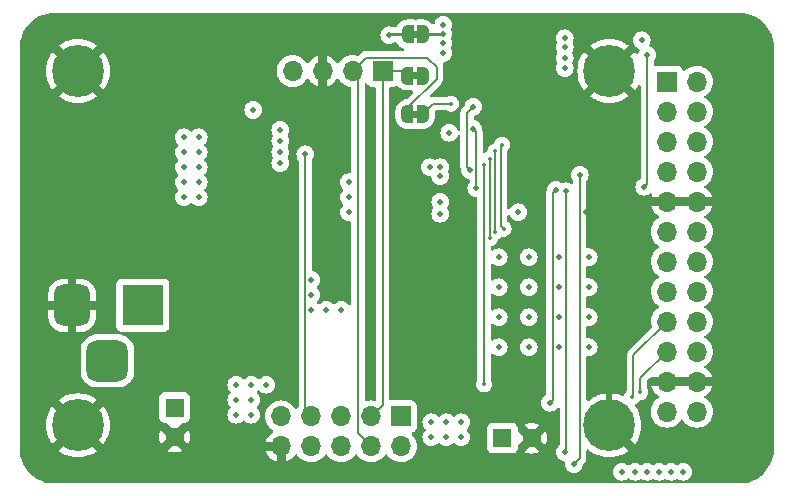
<source format=gbr>
%TF.GenerationSoftware,KiCad,Pcbnew,7.0.2-0*%
%TF.CreationDate,2024-01-05T14:45:17-05:00*%
%TF.ProjectId,WiringHarness,57697269-6e67-4486-9172-6e6573732e6b,rev?*%
%TF.SameCoordinates,Original*%
%TF.FileFunction,Copper,L4,Bot*%
%TF.FilePolarity,Positive*%
%FSLAX46Y46*%
G04 Gerber Fmt 4.6, Leading zero omitted, Abs format (unit mm)*
G04 Created by KiCad (PCBNEW 7.0.2-0) date 2024-01-05 14:45:17*
%MOMM*%
%LPD*%
G01*
G04 APERTURE LIST*
G04 Aperture macros list*
%AMRoundRect*
0 Rectangle with rounded corners*
0 $1 Rounding radius*
0 $2 $3 $4 $5 $6 $7 $8 $9 X,Y pos of 4 corners*
0 Add a 4 corners polygon primitive as box body*
4,1,4,$2,$3,$4,$5,$6,$7,$8,$9,$2,$3,0*
0 Add four circle primitives for the rounded corners*
1,1,$1+$1,$2,$3*
1,1,$1+$1,$4,$5*
1,1,$1+$1,$6,$7*
1,1,$1+$1,$8,$9*
0 Add four rect primitives between the rounded corners*
20,1,$1+$1,$2,$3,$4,$5,0*
20,1,$1+$1,$4,$5,$6,$7,0*
20,1,$1+$1,$6,$7,$8,$9,0*
20,1,$1+$1,$8,$9,$2,$3,0*%
%AMFreePoly0*
4,1,19,0.500000,-0.750000,0.000000,-0.750000,0.000000,-0.744911,-0.071157,-0.744911,-0.207708,-0.704816,-0.327430,-0.627875,-0.420627,-0.520320,-0.479746,-0.390866,-0.500000,-0.250000,-0.500000,0.250000,-0.479746,0.390866,-0.420627,0.520320,-0.327430,0.627875,-0.207708,0.704816,-0.071157,0.744911,0.000000,0.744911,0.000000,0.750000,0.500000,0.750000,0.500000,-0.750000,0.500000,-0.750000,
$1*%
%AMFreePoly1*
4,1,19,0.000000,0.744911,0.071157,0.744911,0.207708,0.704816,0.327430,0.627875,0.420627,0.520320,0.479746,0.390866,0.500000,0.250000,0.500000,-0.250000,0.479746,-0.390866,0.420627,-0.520320,0.327430,-0.627875,0.207708,-0.704816,0.071157,-0.744911,0.000000,-0.744911,0.000000,-0.750000,-0.500000,-0.750000,-0.500000,0.750000,0.000000,0.750000,0.000000,0.744911,0.000000,0.744911,
$1*%
G04 Aperture macros list end*
%TA.AperFunction,ComponentPad*%
%ADD10R,1.700000X1.700000*%
%TD*%
%TA.AperFunction,ComponentPad*%
%ADD11O,1.700000X1.700000*%
%TD*%
%TA.AperFunction,ComponentPad*%
%ADD12C,4.400000*%
%TD*%
%TA.AperFunction,ComponentPad*%
%ADD13R,1.600000X1.600000*%
%TD*%
%TA.AperFunction,ComponentPad*%
%ADD14C,1.600000*%
%TD*%
%TA.AperFunction,ComponentPad*%
%ADD15R,3.500000X3.500000*%
%TD*%
%TA.AperFunction,ComponentPad*%
%ADD16RoundRect,0.750000X-0.750000X-1.000000X0.750000X-1.000000X0.750000X1.000000X-0.750000X1.000000X0*%
%TD*%
%TA.AperFunction,ComponentPad*%
%ADD17RoundRect,0.875000X-0.875000X-0.875000X0.875000X-0.875000X0.875000X0.875000X-0.875000X0.875000X0*%
%TD*%
%TA.AperFunction,SMDPad,CuDef*%
%ADD18FreePoly0,0.000000*%
%TD*%
%TA.AperFunction,SMDPad,CuDef*%
%ADD19FreePoly1,0.000000*%
%TD*%
%TA.AperFunction,ViaPad*%
%ADD20C,0.500000*%
%TD*%
%TA.AperFunction,ViaPad*%
%ADD21C,0.350000*%
%TD*%
%TA.AperFunction,Conductor*%
%ADD22C,0.508000*%
%TD*%
%TA.AperFunction,Conductor*%
%ADD23C,0.127000*%
%TD*%
%TA.AperFunction,Conductor*%
%ADD24C,0.254000*%
%TD*%
G04 APERTURE END LIST*
%TA.AperFunction,EtchedComponent*%
%TO.C,JP3*%
G36*
X160813800Y-77947800D02*
G01*
X160313800Y-77947800D01*
X160313800Y-77347800D01*
X160813800Y-77347800D01*
X160813800Y-77947800D01*
G37*
%TD.AperFunction*%
%TA.AperFunction,EtchedComponent*%
%TO.C,JP1*%
G36*
X160800000Y-81450000D02*
G01*
X160300000Y-81450000D01*
X160300000Y-80850000D01*
X160800000Y-80850000D01*
X160800000Y-81450000D01*
G37*
%TD.AperFunction*%
%TA.AperFunction,EtchedComponent*%
%TO.C,JP2*%
G36*
X160800000Y-84700000D02*
G01*
X160300000Y-84700000D01*
X160300000Y-84100000D01*
X160800000Y-84100000D01*
X160800000Y-84700000D01*
G37*
%TD.AperFunction*%
%TD*%
D10*
%TO.P,J4,1,Pin_1*%
%TO.N,/StepX*%
X159370000Y-110000000D03*
D11*
%TO.P,J4,2,Pin_2*%
%TO.N,/DirX*%
X159370000Y-112540000D03*
%TO.P,J4,3,Pin_3*%
%TO.N,/SCL*%
X156830000Y-110000000D03*
%TO.P,J4,4,Pin_4*%
%TO.N,/SDA*%
X156830000Y-112540000D03*
%TO.P,J4,5,Pin_5*%
%TO.N,/D0*%
X154290000Y-110000000D03*
%TO.P,J4,6,Pin_6*%
%TO.N,/D1*%
X154290000Y-112540000D03*
%TO.P,J4,7,Pin_7*%
%TO.N,/StepY*%
X151750000Y-110000000D03*
%TO.P,J4,8,Pin_8*%
%TO.N,/DirY*%
X151750000Y-112540000D03*
%TO.P,J4,9,Pin_9*%
%TO.N,/Vsys*%
X149210000Y-110000000D03*
%TO.P,J4,10,Pin_10*%
%TO.N,GND*%
X149210000Y-112540000D03*
%TD*%
D10*
%TO.P,J5,1,Pin_1*%
%TO.N,/SCL*%
X157800000Y-80750000D03*
D11*
%TO.P,J5,2,Pin_2*%
%TO.N,/SDA*%
X155260000Y-80750000D03*
%TO.P,J5,3,Pin_3*%
%TO.N,GND*%
X152720000Y-80750000D03*
%TO.P,J5,4,Pin_4*%
%TO.N,+5V*%
X150180000Y-80750000D03*
%TD*%
D12*
%TO.P,H2,1,1*%
%TO.N,GND*%
X177000000Y-110750000D03*
%TD*%
D10*
%TO.P,J7,1,Pin_1*%
%TO.N,/Y0_0*%
X181864000Y-81661000D03*
D11*
%TO.P,J7,2,Pin_2*%
%TO.N,/Y1_0*%
X184404000Y-81661000D03*
%TO.P,J7,3,Pin_3*%
%TO.N,/Y0_1*%
X181864000Y-84201000D03*
%TO.P,J7,4,Pin_4*%
%TO.N,/Y1_1*%
X184404000Y-84201000D03*
%TO.P,J7,5,Pin_5*%
%TO.N,/Y0_2*%
X181864000Y-86741000D03*
%TO.P,J7,6,Pin_6*%
%TO.N,/Y1_2*%
X184404000Y-86741000D03*
%TO.P,J7,7,Pin_7*%
%TO.N,/Y0_3*%
X181864000Y-89281000D03*
%TO.P,J7,8,Pin_8*%
%TO.N,/Y1_3*%
X184404000Y-89281000D03*
%TO.P,J7,9,Pin_9*%
%TO.N,GND*%
X181864000Y-91821000D03*
%TO.P,J7,10,Pin_10*%
X184404000Y-91821000D03*
%TO.P,J7,11,Pin_11*%
%TO.N,+5VP*%
X181864000Y-94361000D03*
%TO.P,J7,12,Pin_12*%
X184404000Y-94361000D03*
%TO.P,J7,13,Pin_13*%
%TO.N,unconnected-(J7-Pin_13-Pad13)*%
X181864000Y-96901000D03*
%TO.P,J7,14,Pin_14*%
%TO.N,/X_0*%
X184404000Y-96901000D03*
%TO.P,J7,15,Pin_15*%
%TO.N,unconnected-(J7-Pin_15-Pad15)*%
X181864000Y-99441000D03*
%TO.P,J7,16,Pin_16*%
%TO.N,/X_1*%
X184404000Y-99441000D03*
%TO.P,J7,17,Pin_17*%
%TO.N,/D1*%
X181864000Y-101981000D03*
%TO.P,J7,18,Pin_18*%
%TO.N,/X_2*%
X184404000Y-101981000D03*
%TO.P,J7,19,Pin_19*%
%TO.N,/D0*%
X181864000Y-104521000D03*
%TO.P,J7,20,Pin_20*%
%TO.N,/X_3*%
X184404000Y-104521000D03*
%TO.P,J7,21,Pin_21*%
%TO.N,GND*%
X181864000Y-107061000D03*
%TO.P,J7,22,Pin_22*%
X184404000Y-107061000D03*
%TO.P,J7,23,Pin_23*%
%TO.N,Net-(J7-Pin_23)*%
X181864000Y-109601000D03*
%TO.P,J7,24,Pin_24*%
%TO.N,+5VP*%
X184404000Y-109601000D03*
%TD*%
D12*
%TO.P,H5,1,1*%
%TO.N,GND*%
X132000000Y-80750000D03*
%TD*%
%TO.P,H3,1,1*%
%TO.N,GND*%
X132000000Y-110750000D03*
%TD*%
D13*
%TO.P,C3,1*%
%TO.N,+5VP*%
X167934000Y-111836200D03*
D14*
%TO.P,C3,2*%
%TO.N,GND*%
X170434000Y-111836200D03*
%TD*%
D15*
%TO.P,J1,1*%
%TO.N,Net-(D1-A)*%
X137512000Y-100592500D03*
D16*
%TO.P,J1,2*%
%TO.N,GND*%
X131512000Y-100592500D03*
D17*
%TO.P,J1,3*%
%TO.N,N/C*%
X134512000Y-105292500D03*
%TD*%
D13*
%TO.P,C10,1*%
%TO.N,Net-(D1-A)*%
X140200000Y-109250000D03*
D14*
%TO.P,C10,2*%
%TO.N,GND*%
X140200000Y-111750000D03*
%TD*%
D12*
%TO.P,H1,1,1*%
%TO.N,GND*%
X177000000Y-80750000D03*
%TD*%
D18*
%TO.P,JP3,1,A*%
%TO.N,+5V*%
X159913800Y-77647800D03*
D19*
%TO.P,JP3,2,B*%
%TO.N,+3.3V*%
X161213800Y-77647800D03*
%TD*%
D18*
%TO.P,JP1,1,A*%
%TO.N,/SCL*%
X159900000Y-81150000D03*
D19*
%TO.P,JP1,2,B*%
%TO.N,/SCL3*%
X161200000Y-81150000D03*
%TD*%
D18*
%TO.P,JP2,1,A*%
%TO.N,/SDA*%
X159900000Y-84400000D03*
D19*
%TO.P,JP2,2,B*%
%TO.N,/SDA3*%
X161200000Y-84400000D03*
%TD*%
D20*
%TO.N,GND*%
X145415000Y-84074000D03*
X146050000Y-87122000D03*
D21*
X146850000Y-91270000D03*
X146860000Y-91810000D03*
D20*
X156550000Y-92000000D03*
X156972000Y-105130600D03*
X175006000Y-92710000D03*
X160274000Y-90678000D03*
D21*
X169150000Y-81500000D03*
D20*
X184785000Y-79502000D03*
X146050000Y-86360000D03*
X145415000Y-82042000D03*
X160020000Y-86614000D03*
D21*
X169150000Y-80800000D03*
D20*
X146050000Y-87884000D03*
X170942000Y-92710000D03*
X187071000Y-112649000D03*
X153289000Y-98958400D03*
X178435000Y-99568000D03*
X164211000Y-91821000D03*
X160274000Y-91440000D03*
%TO.N,/Vsys*%
X154940000Y-91440000D03*
X154940000Y-92710000D03*
X142240000Y-87630000D03*
X146685000Y-108585000D03*
X145415000Y-109855000D03*
X140970000Y-88900000D03*
X147955000Y-107315000D03*
X142240000Y-86360000D03*
X140970000Y-86360000D03*
X142240000Y-91440000D03*
X145415000Y-107315000D03*
X146685000Y-107315000D03*
X142240000Y-88900000D03*
X140970000Y-90170000D03*
X146685000Y-109855000D03*
X140970000Y-87630000D03*
X145415000Y-108585000D03*
X142240000Y-90170000D03*
X140970000Y-91440000D03*
X154940000Y-90170000D03*
%TO.N,/SDA3*%
X165735000Y-90678000D03*
X165468800Y-85674200D03*
D21*
X163576000Y-83515200D03*
%TO.N,/D0*%
X179628800Y-107950000D03*
%TO.N,/D1*%
X178917600Y-108356400D03*
D20*
%TO.N,/SCL3*%
X165481000Y-83769200D03*
X165222000Y-89154000D03*
D21*
X161200000Y-81150000D03*
D20*
%TO.N,/RstN*%
X180213000Y-79375000D03*
X179959000Y-90551000D03*
%TO.N,/StepX*%
X172466000Y-90805000D03*
X171958000Y-108839000D03*
%TO.N,/DirX*%
X173228000Y-113030000D03*
X173355000Y-90932000D03*
%TO.N,/StepY*%
X151257000Y-87807800D03*
%TO.N,/DirY*%
X173990000Y-114046000D03*
X174498000Y-89535000D03*
%TO.N,+3.3V*%
X162941000Y-77597000D03*
X173228000Y-79629000D03*
X162941000Y-78359000D03*
X162687000Y-89662000D03*
X173228000Y-77978000D03*
X169291000Y-92710000D03*
X162687000Y-92837000D03*
X173228000Y-78740000D03*
X162941000Y-79248000D03*
X163449000Y-85979000D03*
X173228000Y-80518000D03*
X162941000Y-76835000D03*
X161798000Y-88900000D03*
X162687000Y-91821000D03*
X179750000Y-78150000D03*
X162687000Y-88900000D03*
%TO.N,+5V*%
X149150000Y-86650000D03*
X158369000Y-77724000D03*
X146850000Y-84050000D03*
X149150000Y-88550000D03*
X149150000Y-87650000D03*
X149150000Y-85750000D03*
D21*
%TO.N,/X_0*%
X167900000Y-87000000D03*
X168050000Y-94100000D03*
%TO.N,/X_1*%
X167350000Y-87550000D03*
X167350000Y-94350000D03*
%TO.N,/X_2*%
X166900000Y-88200000D03*
X166900000Y-94900000D03*
%TO.N,/X_3*%
X166400000Y-88700000D03*
X166400000Y-107289600D03*
D20*
%TO.N,+5VP*%
X161925000Y-111760000D03*
X172720000Y-101600000D03*
X151765000Y-98425000D03*
X175260000Y-99060000D03*
X179197000Y-114681000D03*
X164465000Y-110490000D03*
X170180000Y-104140000D03*
X167640000Y-104140000D03*
X175260000Y-104140000D03*
X151765000Y-100965000D03*
X182245000Y-114681000D03*
X153035000Y-100965000D03*
X167640000Y-96520000D03*
X172720000Y-104140000D03*
X151765000Y-99695000D03*
X175260000Y-96520000D03*
X167640000Y-101600000D03*
X163195000Y-111760000D03*
X172720000Y-96520000D03*
X170180000Y-101600000D03*
X170180000Y-96520000D03*
X172720000Y-99060000D03*
X163195000Y-110490000D03*
X154305000Y-100965000D03*
X175260000Y-101600000D03*
X178054000Y-114681000D03*
X167640000Y-99060000D03*
X181229000Y-114681000D03*
X170180000Y-99060000D03*
X164465000Y-111760000D03*
X183261000Y-114681000D03*
X161925000Y-110490000D03*
X180213000Y-114681000D03*
%TD*%
D22*
%TO.N,GND*%
X177000000Y-110750000D02*
X177000000Y-106150000D01*
X177000000Y-106150000D02*
X177050000Y-106100000D01*
D23*
%TO.N,/SCL*%
X157800000Y-109030000D02*
X157800000Y-80750000D01*
X159500000Y-80750000D02*
X159900000Y-81150000D01*
X156830000Y-110000000D02*
X157800000Y-109030000D01*
X157800000Y-80750000D02*
X159500000Y-80750000D01*
%TO.N,/SDA*%
X156373500Y-79636500D02*
X155260000Y-80750000D01*
X159900000Y-84400000D02*
X159900000Y-83877354D01*
X155716500Y-111426500D02*
X156830000Y-112540000D01*
X162382200Y-81395154D02*
X162382200Y-80416400D01*
X155716500Y-81206500D02*
X155716500Y-111426500D01*
X159900000Y-83877354D02*
X162382200Y-81395154D01*
X161602300Y-79636500D02*
X156373500Y-79636500D01*
X155260000Y-80750000D02*
X155716500Y-81206500D01*
X162382200Y-80416400D02*
X161602300Y-79636500D01*
%TO.N,/SDA3*%
X165735000Y-90678000D02*
X165735000Y-85940400D01*
X162084800Y-83515200D02*
X163576000Y-83515200D01*
X161200000Y-84400000D02*
X162084800Y-83515200D01*
X165735000Y-85940400D02*
X165468800Y-85674200D01*
%TO.N,/D0*%
X179628800Y-107950000D02*
X179628800Y-106756200D01*
X179628800Y-106756200D02*
X181864000Y-104521000D01*
%TO.N,/D1*%
X179037900Y-104807100D02*
X181864000Y-101981000D01*
X179037900Y-108236100D02*
X179037900Y-104807100D01*
X178917600Y-108356400D02*
X179037900Y-108236100D01*
%TO.N,/SCL3*%
X165222000Y-89154000D02*
X164955300Y-88887300D01*
X164955300Y-84294900D02*
X165481000Y-83769200D01*
X164955300Y-88887300D02*
X164955300Y-84294900D01*
%TO.N,/RstN*%
X179959000Y-90551000D02*
X180213000Y-90297000D01*
X180213000Y-90297000D02*
X180213000Y-79375000D01*
%TO.N,/StepX*%
X172206500Y-108590500D02*
X171958000Y-108839000D01*
X172466000Y-90805000D02*
X172206500Y-91064500D01*
X172206500Y-91064500D02*
X172206500Y-108590500D01*
%TO.N,/DirX*%
X173355000Y-90932000D02*
X173355000Y-112903000D01*
X173355000Y-112903000D02*
X173228000Y-113030000D01*
%TO.N,/StepY*%
X151251500Y-109501500D02*
X151750000Y-110000000D01*
X151257000Y-87807800D02*
X151251500Y-87813300D01*
X151251500Y-87813300D02*
X151251500Y-109501500D01*
%TO.N,/DirY*%
X174492500Y-113543500D02*
X173990000Y-114046000D01*
X174498000Y-89535000D02*
X174492500Y-89540500D01*
X174492500Y-89540500D02*
X174492500Y-113543500D01*
D24*
%TO.N,+3.3V*%
X162890200Y-77647800D02*
X162941000Y-77597000D01*
X161213800Y-77647800D02*
X162890200Y-77647800D01*
%TO.N,+5V*%
X158445200Y-77647800D02*
X158369000Y-77724000D01*
X159913800Y-77647800D02*
X158445200Y-77647800D01*
D23*
%TO.N,/X_0*%
X167900000Y-87000000D02*
X167800000Y-87100000D01*
X167800000Y-87100000D02*
X167800000Y-93850000D01*
X167800000Y-93850000D02*
X168050000Y-94100000D01*
%TO.N,/X_1*%
X167350000Y-87550000D02*
X167350000Y-94350000D01*
%TO.N,/X_2*%
X166900000Y-88200000D02*
X166900000Y-94900000D01*
%TO.N,/X_3*%
X166400000Y-107289600D02*
X166400000Y-88700000D01*
%TD*%
%TA.AperFunction,Conductor*%
%TO.N,GND*%
G36*
X156485703Y-81819672D02*
G01*
X156503767Y-81839075D01*
X156592452Y-81957544D01*
X156592453Y-81957544D01*
X156592454Y-81957546D01*
X156707669Y-82043796D01*
X156842517Y-82094091D01*
X156902127Y-82100500D01*
X157112000Y-82100499D01*
X157179039Y-82120183D01*
X157224794Y-82172987D01*
X157236000Y-82224499D01*
X157236000Y-108549046D01*
X157216315Y-108616085D01*
X157163511Y-108661840D01*
X157094353Y-108671784D01*
X157079910Y-108668822D01*
X157065407Y-108664936D01*
X156829999Y-108644340D01*
X156594592Y-108664936D01*
X156436593Y-108707272D01*
X156366743Y-108705609D01*
X156308881Y-108666446D01*
X156281377Y-108602218D01*
X156280500Y-108587497D01*
X156280500Y-81913385D01*
X156300185Y-81846346D01*
X156352989Y-81800591D01*
X156422147Y-81790647D01*
X156485703Y-81819672D01*
G37*
%TD.AperFunction*%
%TA.AperFunction,Conductor*%
G36*
X184022239Y-106730202D02*
G01*
X183944507Y-106851156D01*
X183904000Y-106989111D01*
X183904000Y-107132889D01*
X183944507Y-107270844D01*
X184022239Y-107391798D01*
X184073252Y-107436000D01*
X182194748Y-107436000D01*
X182245761Y-107391798D01*
X182323493Y-107270844D01*
X182364000Y-107132889D01*
X182364000Y-106989111D01*
X182323493Y-106851156D01*
X182245761Y-106730202D01*
X182194748Y-106686000D01*
X184073252Y-106686000D01*
X184022239Y-106730202D01*
G37*
%TD.AperFunction*%
%TA.AperFunction,Conductor*%
G36*
X184022239Y-91490202D02*
G01*
X183944507Y-91611156D01*
X183904000Y-91749111D01*
X183904000Y-91892889D01*
X183944507Y-92030844D01*
X184022239Y-92151798D01*
X184073252Y-92196000D01*
X182194748Y-92196000D01*
X182245761Y-92151798D01*
X182323493Y-92030844D01*
X182364000Y-91892889D01*
X182364000Y-91749111D01*
X182323493Y-91611156D01*
X182245761Y-91490202D01*
X182194748Y-91446000D01*
X184073252Y-91446000D01*
X184022239Y-91490202D01*
G37*
%TD.AperFunction*%
%TA.AperFunction,Conductor*%
G36*
X188001153Y-75825694D02*
G01*
X188318180Y-75843497D01*
X188331978Y-75845051D01*
X188641580Y-75897653D01*
X188655135Y-75900747D01*
X188956898Y-75987681D01*
X188970023Y-75992274D01*
X189028209Y-76016375D01*
X189260153Y-76112448D01*
X189272660Y-76118471D01*
X189547518Y-76270377D01*
X189559292Y-76277775D01*
X189670387Y-76356600D01*
X189815416Y-76459503D01*
X189826270Y-76468159D01*
X190060436Y-76677420D01*
X190070262Y-76687247D01*
X190279521Y-76921407D01*
X190288191Y-76932278D01*
X190469909Y-77188384D01*
X190477307Y-77200158D01*
X190629212Y-77475007D01*
X190635246Y-77487536D01*
X190733192Y-77723999D01*
X190755419Y-77777658D01*
X190760012Y-77790784D01*
X190846948Y-78092547D01*
X190850042Y-78106103D01*
X190902644Y-78415693D01*
X190904201Y-78429511D01*
X190921985Y-78746170D01*
X190922180Y-78753123D01*
X190922180Y-112746519D01*
X190921985Y-112753472D01*
X190904181Y-113070487D01*
X190902624Y-113084305D01*
X190850023Y-113393893D01*
X190846929Y-113407450D01*
X190759994Y-113709209D01*
X190755401Y-113722334D01*
X190635228Y-114012454D01*
X190629194Y-114024983D01*
X190477290Y-114299830D01*
X190469892Y-114311603D01*
X190288175Y-114567708D01*
X190279506Y-114578580D01*
X190070249Y-114812738D01*
X190060416Y-114822571D01*
X189826272Y-115031813D01*
X189815400Y-115040483D01*
X189559282Y-115222207D01*
X189547508Y-115229605D01*
X189471746Y-115271477D01*
X189272659Y-115381506D01*
X189260138Y-115387536D01*
X188970016Y-115507706D01*
X188956891Y-115512299D01*
X188655131Y-115599233D01*
X188641574Y-115602327D01*
X188331986Y-115654927D01*
X188318168Y-115656484D01*
X188057497Y-115671121D01*
X188000796Y-115674305D01*
X187993847Y-115674500D01*
X183354489Y-115674500D01*
X183287450Y-115654815D01*
X183261581Y-115624961D01*
X183251543Y-115641685D01*
X183188905Y-115672641D01*
X183167511Y-115674500D01*
X182338489Y-115674500D01*
X182271450Y-115654815D01*
X182245581Y-115624961D01*
X182235543Y-115641685D01*
X182172905Y-115672641D01*
X182151511Y-115674500D01*
X181322489Y-115674500D01*
X181255450Y-115654815D01*
X181229581Y-115624961D01*
X181219543Y-115641685D01*
X181156905Y-115672641D01*
X181135511Y-115674500D01*
X180306489Y-115674500D01*
X180239450Y-115654815D01*
X180213581Y-115624961D01*
X180203543Y-115641685D01*
X180140905Y-115672641D01*
X180119511Y-115674500D01*
X179290489Y-115674500D01*
X179223450Y-115654815D01*
X179197581Y-115624961D01*
X179187543Y-115641685D01*
X179124905Y-115672641D01*
X179103511Y-115674500D01*
X178147489Y-115674500D01*
X178080450Y-115654815D01*
X178054581Y-115624961D01*
X178044543Y-115641685D01*
X177981905Y-115672641D01*
X177960511Y-115674500D01*
X130003481Y-115674500D01*
X129996528Y-115674305D01*
X129679511Y-115656501D01*
X129665693Y-115654944D01*
X129356105Y-115602343D01*
X129342548Y-115599249D01*
X129040787Y-115512313D01*
X129027662Y-115507720D01*
X128737541Y-115387548D01*
X128725013Y-115381515D01*
X128525913Y-115271477D01*
X128450156Y-115229607D01*
X128438391Y-115222214D01*
X128182285Y-115040497D01*
X128171417Y-115031831D01*
X128145522Y-115008690D01*
X127937255Y-114822571D01*
X127927425Y-114812741D01*
X127718164Y-114578576D01*
X127709504Y-114567716D01*
X127527782Y-114311603D01*
X127520395Y-114299848D01*
X127368480Y-114024979D01*
X127362454Y-114012465D01*
X127242278Y-113722334D01*
X127237686Y-113709212D01*
X127150750Y-113407451D01*
X127147656Y-113393894D01*
X127119029Y-113225405D01*
X127095053Y-113084296D01*
X127093499Y-113070498D01*
X127075693Y-112753436D01*
X127075500Y-112746548D01*
X127075500Y-112725469D01*
X127075500Y-112725468D01*
X127075500Y-110753736D01*
X129295290Y-110753736D01*
X129314560Y-111072302D01*
X129315462Y-111079732D01*
X129372990Y-111393651D01*
X129374778Y-111400907D01*
X129469729Y-111705613D01*
X129472374Y-111712589D01*
X129603362Y-112003631D01*
X129606836Y-112010251D01*
X129771945Y-112283373D01*
X129776191Y-112289525D01*
X129843820Y-112375847D01*
X129843821Y-112375847D01*
X131003576Y-111216092D01*
X131043038Y-111302502D01*
X131164894Y-111473624D01*
X131316932Y-111618592D01*
X131493658Y-111732167D01*
X131532580Y-111747749D01*
X130374151Y-112906177D01*
X130374151Y-112906178D01*
X130460470Y-112973805D01*
X130466631Y-112978058D01*
X130739748Y-113143163D01*
X130746368Y-113146637D01*
X131037410Y-113277625D01*
X131044386Y-113280270D01*
X131349092Y-113375221D01*
X131356348Y-113377009D01*
X131670267Y-113434537D01*
X131677697Y-113435439D01*
X131996264Y-113454709D01*
X132003736Y-113454709D01*
X132322302Y-113435439D01*
X132329732Y-113434537D01*
X132643651Y-113377009D01*
X132650907Y-113375221D01*
X132955613Y-113280270D01*
X132962589Y-113277625D01*
X133253631Y-113146637D01*
X133260251Y-113143163D01*
X133533368Y-112978058D01*
X133539531Y-112973803D01*
X133625848Y-112906178D01*
X133616556Y-112896886D01*
X139583442Y-112896886D01*
X139753673Y-112976266D01*
X139973397Y-113035141D01*
X140200000Y-113054966D01*
X140426602Y-113035141D01*
X140646326Y-112976266D01*
X140777711Y-112915000D01*
X147912858Y-112915000D01*
X147936569Y-113003491D01*
X148036399Y-113217576D01*
X148171893Y-113411081D01*
X148338918Y-113578106D01*
X148532423Y-113713600D01*
X148746508Y-113813430D01*
X148834999Y-113837141D01*
X148835000Y-113837141D01*
X148835000Y-112915000D01*
X147912858Y-112915000D01*
X140777711Y-112915000D01*
X140816556Y-112896886D01*
X140200001Y-112280330D01*
X140200000Y-112280330D01*
X139583442Y-112896886D01*
X133616556Y-112896886D01*
X132466663Y-111746993D01*
X132597410Y-111679589D01*
X132762540Y-111549729D01*
X132900110Y-111390965D01*
X132999369Y-111219041D01*
X134156177Y-112375847D01*
X134156178Y-112375847D01*
X134223804Y-112289531D01*
X134228058Y-112283368D01*
X134393163Y-112010251D01*
X134396637Y-112003631D01*
X134510788Y-111750000D01*
X138895033Y-111750000D01*
X138914858Y-111976602D01*
X138973733Y-112196326D01*
X139053113Y-112366556D01*
X139669670Y-111750000D01*
X139795014Y-111750000D01*
X139814835Y-111875148D01*
X139872359Y-111988045D01*
X139961955Y-112077641D01*
X140074852Y-112135165D01*
X140168519Y-112150000D01*
X140231481Y-112150000D01*
X140325148Y-112135165D01*
X140438045Y-112077641D01*
X140527641Y-111988045D01*
X140585165Y-111875148D01*
X140604986Y-111750000D01*
X140730330Y-111750000D01*
X141346886Y-112366556D01*
X141426266Y-112196326D01*
X141485141Y-111976602D01*
X141504966Y-111750000D01*
X141485141Y-111523397D01*
X141426266Y-111303673D01*
X141346886Y-111133442D01*
X140730330Y-111749999D01*
X140730330Y-111750000D01*
X140604986Y-111750000D01*
X140585165Y-111624852D01*
X140527641Y-111511955D01*
X140438045Y-111422359D01*
X140325148Y-111364835D01*
X140231481Y-111350000D01*
X140168519Y-111350000D01*
X140074852Y-111364835D01*
X139961955Y-111422359D01*
X139872359Y-111511955D01*
X139814835Y-111624852D01*
X139795014Y-111750000D01*
X139669670Y-111750000D01*
X139053112Y-111133442D01*
X138973734Y-111303671D01*
X138914858Y-111523397D01*
X138895033Y-111750000D01*
X134510788Y-111750000D01*
X134527625Y-111712589D01*
X134530270Y-111705613D01*
X134625221Y-111400907D01*
X134627009Y-111393651D01*
X134684537Y-111079732D01*
X134685439Y-111072302D01*
X134704709Y-110753736D01*
X134704709Y-110746263D01*
X134685439Y-110427697D01*
X134684537Y-110420267D01*
X134627009Y-110106348D01*
X134625221Y-110099092D01*
X134623814Y-110094578D01*
X138899500Y-110094578D01*
X138899501Y-110097872D01*
X138899853Y-110101152D01*
X138899854Y-110101159D01*
X138905909Y-110157484D01*
X138929103Y-110219670D01*
X138956204Y-110292331D01*
X139042454Y-110407546D01*
X139157669Y-110493796D01*
X139292517Y-110544091D01*
X139352127Y-110550500D01*
X139479469Y-110550499D01*
X139546506Y-110570183D01*
X139567148Y-110586818D01*
X140200000Y-111219670D01*
X140200001Y-111219670D01*
X140832851Y-110586818D01*
X140894174Y-110553333D01*
X140920531Y-110550499D01*
X141047872Y-110550499D01*
X141107483Y-110544091D01*
X141242331Y-110493796D01*
X141357546Y-110407546D01*
X141443796Y-110292331D01*
X141494091Y-110157483D01*
X141500500Y-110097873D01*
X141500500Y-109855000D01*
X144659750Y-109855000D01*
X144678686Y-110023056D01*
X144678686Y-110023058D01*
X144678687Y-110023059D01*
X144734544Y-110182690D01*
X144824523Y-110325890D01*
X144944110Y-110445477D01*
X145087310Y-110535456D01*
X145246941Y-110591313D01*
X145415000Y-110610249D01*
X145583059Y-110591313D01*
X145742690Y-110535456D01*
X145885890Y-110445477D01*
X145962319Y-110369047D01*
X146023642Y-110335563D01*
X146093334Y-110340547D01*
X146137681Y-110369048D01*
X146214110Y-110445477D01*
X146357310Y-110535456D01*
X146516941Y-110591313D01*
X146628980Y-110603937D01*
X146684999Y-110610249D01*
X146684999Y-110610248D01*
X146685000Y-110610249D01*
X146853059Y-110591313D01*
X147012690Y-110535456D01*
X147155890Y-110445477D01*
X147275477Y-110325890D01*
X147365456Y-110182690D01*
X147421313Y-110023059D01*
X147423911Y-110000000D01*
X147854340Y-110000000D01*
X147874936Y-110235407D01*
X147910745Y-110369048D01*
X147936097Y-110463663D01*
X148035965Y-110677830D01*
X148171505Y-110871401D01*
X148338599Y-111038495D01*
X148524596Y-111168732D01*
X148568219Y-111223307D01*
X148575412Y-111292806D01*
X148543890Y-111355160D01*
X148524595Y-111371880D01*
X148338919Y-111501892D01*
X148171890Y-111668921D01*
X148036400Y-111862421D01*
X147936569Y-112076507D01*
X147912858Y-112164999D01*
X147912858Y-112165000D01*
X148879252Y-112165000D01*
X148828239Y-112209202D01*
X148750507Y-112330156D01*
X148710000Y-112468111D01*
X148710000Y-112611889D01*
X148750507Y-112749844D01*
X148828239Y-112870798D01*
X148936900Y-112964952D01*
X149067685Y-113024680D01*
X149174237Y-113040000D01*
X149245763Y-113040000D01*
X149352315Y-113024680D01*
X149483100Y-112964952D01*
X149585000Y-112876656D01*
X149585000Y-113837141D01*
X149673491Y-113813430D01*
X149887576Y-113713600D01*
X150081081Y-113578106D01*
X150248109Y-113411078D01*
X150378119Y-113225405D01*
X150432696Y-113181780D01*
X150502194Y-113174586D01*
X150564549Y-113206109D01*
X150581265Y-113225400D01*
X150711505Y-113411401D01*
X150878599Y-113578495D01*
X151072170Y-113714035D01*
X151286337Y-113813903D01*
X151514591Y-113875063D01*
X151514592Y-113875063D01*
X151749999Y-113895659D01*
X151749999Y-113895658D01*
X151750000Y-113895659D01*
X151985408Y-113875063D01*
X152213663Y-113813903D01*
X152427830Y-113714035D01*
X152621401Y-113578495D01*
X152788495Y-113411401D01*
X152918427Y-113225838D01*
X152973001Y-113182216D01*
X153042499Y-113175022D01*
X153104854Y-113206545D01*
X153121572Y-113225838D01*
X153251505Y-113411401D01*
X153418599Y-113578495D01*
X153612170Y-113714035D01*
X153826337Y-113813903D01*
X154054592Y-113875063D01*
X154290000Y-113895659D01*
X154525408Y-113875063D01*
X154753663Y-113813903D01*
X154967830Y-113714035D01*
X155161401Y-113578495D01*
X155328495Y-113411401D01*
X155458426Y-113225839D01*
X155513002Y-113182216D01*
X155582500Y-113175022D01*
X155644855Y-113206545D01*
X155661571Y-113225837D01*
X155791505Y-113411401D01*
X155958599Y-113578495D01*
X156152170Y-113714035D01*
X156366337Y-113813903D01*
X156594592Y-113875063D01*
X156830000Y-113895659D01*
X157065408Y-113875063D01*
X157293663Y-113813903D01*
X157507830Y-113714035D01*
X157701401Y-113578495D01*
X157868495Y-113411401D01*
X157998427Y-113225838D01*
X158053001Y-113182216D01*
X158122499Y-113175022D01*
X158184854Y-113206545D01*
X158201572Y-113225838D01*
X158331505Y-113411401D01*
X158498599Y-113578495D01*
X158692170Y-113714035D01*
X158906337Y-113813903D01*
X159134592Y-113875063D01*
X159370000Y-113895659D01*
X159605408Y-113875063D01*
X159833663Y-113813903D01*
X160047830Y-113714035D01*
X160241401Y-113578495D01*
X160408495Y-113411401D01*
X160544035Y-113217830D01*
X160643903Y-113003663D01*
X160705063Y-112775408D01*
X160713342Y-112680778D01*
X166633500Y-112680778D01*
X166633501Y-112684072D01*
X166633853Y-112687352D01*
X166633854Y-112687359D01*
X166639909Y-112743684D01*
X166656904Y-112789248D01*
X166690204Y-112878531D01*
X166776454Y-112993746D01*
X166891669Y-113079996D01*
X167026517Y-113130291D01*
X167086127Y-113136700D01*
X168781872Y-113136699D01*
X168841483Y-113130291D01*
X168976331Y-113079996D01*
X169091546Y-112993746D01*
X169099526Y-112983086D01*
X169817442Y-112983086D01*
X169987673Y-113062466D01*
X170207397Y-113121341D01*
X170434000Y-113141166D01*
X170660602Y-113121341D01*
X170880326Y-113062466D01*
X171050556Y-112983086D01*
X170434001Y-112366530D01*
X170434000Y-112366530D01*
X169817442Y-112983086D01*
X169099526Y-112983086D01*
X169177796Y-112878531D01*
X169228091Y-112743683D01*
X169234500Y-112684073D01*
X169234499Y-112556728D01*
X169254183Y-112489692D01*
X169270818Y-112469050D01*
X169903670Y-111836200D01*
X170029014Y-111836200D01*
X170048835Y-111961348D01*
X170106359Y-112074245D01*
X170195955Y-112163841D01*
X170308852Y-112221365D01*
X170402519Y-112236200D01*
X170465481Y-112236200D01*
X170559148Y-112221365D01*
X170672045Y-112163841D01*
X170761641Y-112074245D01*
X170819165Y-111961348D01*
X170838986Y-111836200D01*
X170964330Y-111836200D01*
X171580886Y-112452756D01*
X171660266Y-112282526D01*
X171719141Y-112062802D01*
X171738966Y-111836200D01*
X171719141Y-111609597D01*
X171660266Y-111389873D01*
X171580886Y-111219642D01*
X170964330Y-111836199D01*
X170964330Y-111836200D01*
X170838986Y-111836200D01*
X170819165Y-111711052D01*
X170761641Y-111598155D01*
X170672045Y-111508559D01*
X170559148Y-111451035D01*
X170465481Y-111436200D01*
X170402519Y-111436200D01*
X170308852Y-111451035D01*
X170195955Y-111508559D01*
X170106359Y-111598155D01*
X170048835Y-111711052D01*
X170029014Y-111836200D01*
X169903670Y-111836200D01*
X169270818Y-111203348D01*
X169237333Y-111142025D01*
X169234499Y-111115667D01*
X169234499Y-110991639D01*
X169234499Y-110988328D01*
X169228091Y-110928717D01*
X169177796Y-110793869D01*
X169099525Y-110689312D01*
X169817442Y-110689312D01*
X170434000Y-111305869D01*
X170434001Y-111305869D01*
X171050556Y-110689313D01*
X170880326Y-110609933D01*
X170660602Y-110551058D01*
X170434000Y-110531233D01*
X170207397Y-110551058D01*
X169987671Y-110609934D01*
X169817442Y-110689312D01*
X169099525Y-110689312D01*
X169091546Y-110678654D01*
X168976331Y-110592404D01*
X168841483Y-110542109D01*
X168781873Y-110535700D01*
X168778550Y-110535700D01*
X167089439Y-110535700D01*
X167089420Y-110535700D01*
X167086128Y-110535701D01*
X167082848Y-110536053D01*
X167082840Y-110536054D01*
X167026515Y-110542109D01*
X166891669Y-110592404D01*
X166776454Y-110678654D01*
X166690204Y-110793868D01*
X166639910Y-110928715D01*
X166639909Y-110928717D01*
X166633500Y-110988327D01*
X166633500Y-110991648D01*
X166633500Y-110991649D01*
X166633500Y-112680760D01*
X166633500Y-112680778D01*
X160713342Y-112680778D01*
X160725659Y-112540000D01*
X160705063Y-112304592D01*
X160643903Y-112076337D01*
X160544035Y-111862171D01*
X160472494Y-111759999D01*
X161169750Y-111759999D01*
X161188686Y-111928056D01*
X161188686Y-111928058D01*
X161188687Y-111928059D01*
X161244544Y-112087690D01*
X161334523Y-112230890D01*
X161454110Y-112350477D01*
X161597310Y-112440456D01*
X161756941Y-112496313D01*
X161925000Y-112515249D01*
X162093059Y-112496313D01*
X162252690Y-112440456D01*
X162395890Y-112350477D01*
X162472319Y-112274048D01*
X162533642Y-112240563D01*
X162603334Y-112245547D01*
X162647681Y-112274048D01*
X162724110Y-112350477D01*
X162867310Y-112440456D01*
X163026941Y-112496313D01*
X163138980Y-112508937D01*
X163194999Y-112515249D01*
X163194999Y-112515248D01*
X163195000Y-112515249D01*
X163363059Y-112496313D01*
X163522690Y-112440456D01*
X163665890Y-112350477D01*
X163742318Y-112274048D01*
X163803642Y-112240563D01*
X163873334Y-112245547D01*
X163917681Y-112274048D01*
X163994110Y-112350477D01*
X164137310Y-112440456D01*
X164296941Y-112496313D01*
X164408980Y-112508937D01*
X164464999Y-112515249D01*
X164464999Y-112515248D01*
X164465000Y-112515249D01*
X164633059Y-112496313D01*
X164792690Y-112440456D01*
X164935890Y-112350477D01*
X165055477Y-112230890D01*
X165145456Y-112087690D01*
X165201313Y-111928059D01*
X165220249Y-111760000D01*
X165201313Y-111591941D01*
X165145456Y-111432310D01*
X165055477Y-111289110D01*
X164979048Y-111212681D01*
X164945563Y-111151358D01*
X164950547Y-111081666D01*
X164979048Y-111037319D01*
X165005852Y-111010515D01*
X165055477Y-110960890D01*
X165145456Y-110817690D01*
X165201313Y-110658059D01*
X165220249Y-110490000D01*
X165201313Y-110321941D01*
X165145456Y-110162310D01*
X165055477Y-110019110D01*
X164935890Y-109899523D01*
X164792690Y-109809544D01*
X164633059Y-109753687D01*
X164633058Y-109753686D01*
X164633056Y-109753686D01*
X164464999Y-109734750D01*
X164296943Y-109753686D01*
X164137310Y-109809544D01*
X163994108Y-109899524D01*
X163917681Y-109975952D01*
X163856358Y-110009437D01*
X163786666Y-110004453D01*
X163742319Y-109975952D01*
X163665891Y-109899524D01*
X163665890Y-109899523D01*
X163522690Y-109809544D01*
X163363059Y-109753687D01*
X163363058Y-109753686D01*
X163363056Y-109753686D01*
X163194999Y-109734750D01*
X163026943Y-109753686D01*
X162867310Y-109809544D01*
X162724108Y-109899524D01*
X162647681Y-109975952D01*
X162586358Y-110009437D01*
X162516666Y-110004453D01*
X162472319Y-109975952D01*
X162395891Y-109899524D01*
X162395890Y-109899523D01*
X162252690Y-109809544D01*
X162093059Y-109753687D01*
X162093058Y-109753686D01*
X162093056Y-109753686D01*
X161925000Y-109734750D01*
X161756943Y-109753686D01*
X161597310Y-109809544D01*
X161454108Y-109899524D01*
X161334524Y-110019108D01*
X161244544Y-110162310D01*
X161188686Y-110321943D01*
X161169750Y-110490000D01*
X161188686Y-110658056D01*
X161188686Y-110658058D01*
X161188687Y-110658059D01*
X161244544Y-110817690D01*
X161334523Y-110960890D01*
X161334524Y-110960891D01*
X161410952Y-111037319D01*
X161444437Y-111098642D01*
X161439453Y-111168334D01*
X161410952Y-111212681D01*
X161334524Y-111289108D01*
X161244544Y-111432310D01*
X161188686Y-111591943D01*
X161169750Y-111759999D01*
X160472494Y-111759999D01*
X160408495Y-111668599D01*
X160286569Y-111546673D01*
X160253084Y-111485350D01*
X160258068Y-111415658D01*
X160299940Y-111359725D01*
X160330915Y-111342810D01*
X160462331Y-111293796D01*
X160577546Y-111207546D01*
X160663796Y-111092331D01*
X160714091Y-110957483D01*
X160720500Y-110897873D01*
X160720499Y-109102128D01*
X160714091Y-109042517D01*
X160663796Y-108907669D01*
X160612390Y-108838999D01*
X171202750Y-108838999D01*
X171221686Y-109007056D01*
X171221686Y-109007058D01*
X171221687Y-109007059D01*
X171277544Y-109166690D01*
X171367523Y-109309890D01*
X171487110Y-109429477D01*
X171630310Y-109519456D01*
X171789941Y-109575313D01*
X171901980Y-109587936D01*
X171957999Y-109594249D01*
X171957999Y-109594248D01*
X171958000Y-109594249D01*
X172126059Y-109575313D01*
X172285690Y-109519456D01*
X172428890Y-109429477D01*
X172548477Y-109309890D01*
X172562006Y-109288357D01*
X172614338Y-109242068D01*
X172683391Y-109231418D01*
X172747240Y-109259792D01*
X172785613Y-109318182D01*
X172790999Y-109354330D01*
X172790999Y-112354271D01*
X172771314Y-112421310D01*
X172754681Y-112441952D01*
X172637523Y-112559110D01*
X172547544Y-112702310D01*
X172491686Y-112861943D01*
X172472750Y-113030000D01*
X172491686Y-113198056D01*
X172491686Y-113198058D01*
X172491687Y-113198059D01*
X172547544Y-113357690D01*
X172637523Y-113500890D01*
X172757110Y-113620477D01*
X172900310Y-113710456D01*
X173059941Y-113766313D01*
X173140456Y-113775385D01*
X173204870Y-113802451D01*
X173244426Y-113860046D01*
X173249793Y-113912488D01*
X173234750Y-114045999D01*
X173253686Y-114214056D01*
X173253686Y-114214058D01*
X173253687Y-114214059D01*
X173309544Y-114373690D01*
X173399523Y-114516890D01*
X173519110Y-114636477D01*
X173662310Y-114726456D01*
X173821941Y-114782313D01*
X173933980Y-114794937D01*
X173989999Y-114801249D01*
X173989999Y-114801248D01*
X173990000Y-114801249D01*
X174158059Y-114782313D01*
X174317690Y-114726456D01*
X174390032Y-114681000D01*
X177298750Y-114681000D01*
X177317686Y-114849056D01*
X177317686Y-114849058D01*
X177317687Y-114849059D01*
X177373544Y-115008690D01*
X177463523Y-115151890D01*
X177583110Y-115271477D01*
X177726310Y-115361456D01*
X177885941Y-115417313D01*
X177914578Y-115420539D01*
X177974395Y-115427280D01*
X178038809Y-115454347D01*
X178051899Y-115473407D01*
X178053776Y-115469297D01*
X178112554Y-115431523D01*
X178133605Y-115427280D01*
X178185086Y-115421478D01*
X178222059Y-115417313D01*
X178381690Y-115361456D01*
X178524890Y-115271477D01*
X178537819Y-115258547D01*
X178599142Y-115225063D01*
X178668834Y-115230047D01*
X178713181Y-115258548D01*
X178726110Y-115271477D01*
X178869310Y-115361456D01*
X179028941Y-115417313D01*
X179057578Y-115420539D01*
X179117395Y-115427280D01*
X179181809Y-115454347D01*
X179194899Y-115473407D01*
X179196776Y-115469297D01*
X179255554Y-115431523D01*
X179276605Y-115427280D01*
X179328086Y-115421478D01*
X179365059Y-115417313D01*
X179524690Y-115361456D01*
X179639029Y-115289611D01*
X179706264Y-115270611D01*
X179770970Y-115289611D01*
X179885310Y-115361456D01*
X180044941Y-115417313D01*
X180073578Y-115420539D01*
X180133395Y-115427280D01*
X180197809Y-115454347D01*
X180210899Y-115473407D01*
X180212776Y-115469297D01*
X180271554Y-115431523D01*
X180292605Y-115427280D01*
X180344086Y-115421478D01*
X180381059Y-115417313D01*
X180540690Y-115361456D01*
X180655029Y-115289611D01*
X180722264Y-115270611D01*
X180786970Y-115289611D01*
X180901310Y-115361456D01*
X181060941Y-115417313D01*
X181089578Y-115420539D01*
X181149395Y-115427280D01*
X181213809Y-115454347D01*
X181226899Y-115473407D01*
X181228776Y-115469297D01*
X181287554Y-115431523D01*
X181308605Y-115427280D01*
X181360086Y-115421478D01*
X181397059Y-115417313D01*
X181556690Y-115361456D01*
X181671029Y-115289611D01*
X181738264Y-115270611D01*
X181802970Y-115289611D01*
X181917310Y-115361456D01*
X182076941Y-115417313D01*
X182105578Y-115420539D01*
X182165395Y-115427280D01*
X182229809Y-115454347D01*
X182242899Y-115473407D01*
X182244776Y-115469297D01*
X182303554Y-115431523D01*
X182324605Y-115427280D01*
X182376086Y-115421478D01*
X182413059Y-115417313D01*
X182572690Y-115361456D01*
X182687029Y-115289611D01*
X182754264Y-115270611D01*
X182818970Y-115289611D01*
X182933310Y-115361456D01*
X183092941Y-115417313D01*
X183121578Y-115420539D01*
X183181395Y-115427280D01*
X183245809Y-115454347D01*
X183258899Y-115473407D01*
X183260776Y-115469297D01*
X183319554Y-115431523D01*
X183340605Y-115427280D01*
X183392086Y-115421478D01*
X183429059Y-115417313D01*
X183588690Y-115361456D01*
X183731890Y-115271477D01*
X183851477Y-115151890D01*
X183941456Y-115008690D01*
X183997313Y-114849059D01*
X184016249Y-114681000D01*
X183997313Y-114512941D01*
X183941456Y-114353310D01*
X183851477Y-114210110D01*
X183731890Y-114090523D01*
X183588690Y-114000544D01*
X183429059Y-113944687D01*
X183429058Y-113944686D01*
X183429056Y-113944686D01*
X183260999Y-113925750D01*
X183092943Y-113944686D01*
X182933309Y-114000544D01*
X182818972Y-114072388D01*
X182751736Y-114091388D01*
X182687028Y-114072388D01*
X182591644Y-114012454D01*
X182572690Y-114000544D01*
X182413059Y-113944687D01*
X182413058Y-113944686D01*
X182413056Y-113944686D01*
X182245000Y-113925750D01*
X182076943Y-113944686D01*
X181917309Y-114000544D01*
X181802972Y-114072388D01*
X181735736Y-114091388D01*
X181671028Y-114072388D01*
X181575644Y-114012454D01*
X181556690Y-114000544D01*
X181397059Y-113944687D01*
X181397058Y-113944686D01*
X181397056Y-113944686D01*
X181229000Y-113925750D01*
X181060943Y-113944686D01*
X180901309Y-114000544D01*
X180786972Y-114072388D01*
X180719736Y-114091388D01*
X180655028Y-114072388D01*
X180559644Y-114012454D01*
X180540690Y-114000544D01*
X180381059Y-113944687D01*
X180381058Y-113944686D01*
X180381056Y-113944686D01*
X180212999Y-113925750D01*
X180044943Y-113944686D01*
X179885309Y-114000544D01*
X179770972Y-114072388D01*
X179703736Y-114091388D01*
X179639028Y-114072388D01*
X179543644Y-114012454D01*
X179524690Y-114000544D01*
X179365059Y-113944687D01*
X179365058Y-113944686D01*
X179365056Y-113944686D01*
X179197000Y-113925750D01*
X179028943Y-113944686D01*
X178869310Y-114000544D01*
X178726108Y-114090524D01*
X178713181Y-114103452D01*
X178651858Y-114136937D01*
X178582166Y-114131953D01*
X178537819Y-114103452D01*
X178524891Y-114090524D01*
X178524890Y-114090523D01*
X178381690Y-114000544D01*
X178222059Y-113944687D01*
X178222058Y-113944686D01*
X178222056Y-113944686D01*
X178054000Y-113925750D01*
X177885943Y-113944686D01*
X177726310Y-114000544D01*
X177583108Y-114090524D01*
X177463524Y-114210108D01*
X177373544Y-114353310D01*
X177317686Y-114512943D01*
X177298750Y-114681000D01*
X174390032Y-114681000D01*
X174460890Y-114636477D01*
X174580477Y-114516890D01*
X174670456Y-114373690D01*
X174726313Y-114214059D01*
X174735010Y-114136863D01*
X174762077Y-114072449D01*
X174770540Y-114063075D01*
X174859424Y-113974191D01*
X174871600Y-113963512D01*
X174894750Y-113945750D01*
X174985153Y-113827933D01*
X175041983Y-113690734D01*
X175056500Y-113580468D01*
X175061367Y-113543500D01*
X175057560Y-113514590D01*
X175056500Y-113498405D01*
X175056500Y-112911986D01*
X175076185Y-112844947D01*
X175128989Y-112799192D01*
X175198147Y-112789248D01*
X175256973Y-112814375D01*
X175460474Y-112973808D01*
X175466626Y-112978054D01*
X175739748Y-113143163D01*
X175746368Y-113146637D01*
X176037410Y-113277625D01*
X176044386Y-113280270D01*
X176349092Y-113375221D01*
X176356348Y-113377009D01*
X176670267Y-113434537D01*
X176677697Y-113435439D01*
X176996264Y-113454709D01*
X177003736Y-113454709D01*
X177322302Y-113435439D01*
X177329732Y-113434537D01*
X177643651Y-113377009D01*
X177650907Y-113375221D01*
X177955613Y-113280270D01*
X177962589Y-113277625D01*
X178253631Y-113146637D01*
X178260251Y-113143163D01*
X178533368Y-112978058D01*
X178539531Y-112973803D01*
X178625848Y-112906178D01*
X177466663Y-111746993D01*
X177597410Y-111679589D01*
X177762540Y-111549729D01*
X177900110Y-111390965D01*
X177999370Y-111219040D01*
X179156178Y-112375848D01*
X179223803Y-112289531D01*
X179228058Y-112283368D01*
X179393163Y-112010251D01*
X179396637Y-112003631D01*
X179527625Y-111712589D01*
X179530270Y-111705613D01*
X179625221Y-111400907D01*
X179627009Y-111393651D01*
X179684537Y-111079732D01*
X179685439Y-111072302D01*
X179704709Y-110753736D01*
X179704709Y-110746263D01*
X179685439Y-110427697D01*
X179684537Y-110420267D01*
X179627009Y-110106348D01*
X179625221Y-110099092D01*
X179530270Y-109794386D01*
X179527625Y-109787410D01*
X179396637Y-109496368D01*
X179393163Y-109489748D01*
X179228054Y-109216626D01*
X179223808Y-109210474D01*
X179175720Y-109149094D01*
X179149871Y-109084182D01*
X179163219Y-109015599D01*
X179211527Y-108965121D01*
X179215660Y-108962849D01*
X179304146Y-108916408D01*
X179426932Y-108807629D01*
X179515678Y-108679058D01*
X179569958Y-108635070D01*
X179617726Y-108625500D01*
X179710820Y-108625500D01*
X179710821Y-108625500D01*
X179870095Y-108586242D01*
X180015346Y-108510008D01*
X180138132Y-108401229D01*
X180231318Y-108266226D01*
X180289488Y-108112845D01*
X180309261Y-107950000D01*
X180289488Y-107787155D01*
X180253378Y-107691942D01*
X180231318Y-107633773D01*
X180214750Y-107609771D01*
X180192867Y-107543417D01*
X180192800Y-107539331D01*
X180192800Y-107041177D01*
X180212485Y-106974138D01*
X180229114Y-106953500D01*
X180460297Y-106722318D01*
X180521619Y-106688834D01*
X180547977Y-106686000D01*
X181533252Y-106686000D01*
X181482239Y-106730202D01*
X181404507Y-106851156D01*
X181364000Y-106989111D01*
X181364000Y-107132889D01*
X181404507Y-107270844D01*
X181482239Y-107391798D01*
X181533252Y-107436000D01*
X180566858Y-107436000D01*
X180590569Y-107524491D01*
X180690399Y-107738576D01*
X180825893Y-107932081D01*
X180992918Y-108099106D01*
X181178595Y-108229119D01*
X181222219Y-108283696D01*
X181229412Y-108353195D01*
X181197890Y-108415549D01*
X181178595Y-108432269D01*
X180992595Y-108562508D01*
X180825505Y-108729598D01*
X180689965Y-108923170D01*
X180590097Y-109137336D01*
X180528936Y-109365592D01*
X180508340Y-109600999D01*
X180528936Y-109836407D01*
X180559446Y-109950271D01*
X180590097Y-110064663D01*
X180689965Y-110278830D01*
X180825505Y-110472401D01*
X180992599Y-110639495D01*
X181186170Y-110775035D01*
X181400337Y-110874903D01*
X181628592Y-110936063D01*
X181864000Y-110956659D01*
X182099408Y-110936063D01*
X182327663Y-110874903D01*
X182541830Y-110775035D01*
X182735401Y-110639495D01*
X182902495Y-110472401D01*
X183032426Y-110286839D01*
X183087002Y-110243216D01*
X183156500Y-110236022D01*
X183218855Y-110267545D01*
X183235571Y-110286837D01*
X183365505Y-110472401D01*
X183532599Y-110639495D01*
X183726170Y-110775035D01*
X183940337Y-110874903D01*
X184168592Y-110936063D01*
X184404000Y-110956659D01*
X184639408Y-110936063D01*
X184867663Y-110874903D01*
X185081830Y-110775035D01*
X185275401Y-110639495D01*
X185442495Y-110472401D01*
X185578035Y-110278830D01*
X185677903Y-110064663D01*
X185739063Y-109836408D01*
X185759659Y-109601000D01*
X185739063Y-109365592D01*
X185677903Y-109137337D01*
X185578035Y-108923171D01*
X185442495Y-108729599D01*
X185275401Y-108562505D01*
X185089402Y-108432267D01*
X185045780Y-108377692D01*
X185038587Y-108308193D01*
X185070109Y-108245839D01*
X185089405Y-108229119D01*
X185275078Y-108099109D01*
X185442106Y-107932081D01*
X185577600Y-107738576D01*
X185677430Y-107524491D01*
X185701142Y-107436000D01*
X184734748Y-107436000D01*
X184785761Y-107391798D01*
X184863493Y-107270844D01*
X184904000Y-107132889D01*
X184904000Y-106989111D01*
X184863493Y-106851156D01*
X184785761Y-106730202D01*
X184734748Y-106686000D01*
X185701142Y-106686000D01*
X185701141Y-106685999D01*
X185677430Y-106597507D01*
X185577599Y-106383421D01*
X185442109Y-106189921D01*
X185275081Y-106022893D01*
X185089404Y-105892880D01*
X185045780Y-105838303D01*
X185038587Y-105768804D01*
X185070109Y-105706450D01*
X185089399Y-105689734D01*
X185275401Y-105559495D01*
X185442495Y-105392401D01*
X185578035Y-105198830D01*
X185677903Y-104984663D01*
X185739063Y-104756408D01*
X185759659Y-104521000D01*
X185747943Y-104387094D01*
X185739063Y-104285592D01*
X185736370Y-104275540D01*
X185677903Y-104057337D01*
X185578035Y-103843171D01*
X185442495Y-103649599D01*
X185275401Y-103482505D01*
X185089839Y-103352573D01*
X185046215Y-103297997D01*
X185039023Y-103228498D01*
X185070545Y-103166144D01*
X185089831Y-103149432D01*
X185275401Y-103019495D01*
X185442495Y-102852401D01*
X185578035Y-102658830D01*
X185677903Y-102444663D01*
X185739063Y-102216408D01*
X185759659Y-101981000D01*
X185739063Y-101745592D01*
X185677903Y-101517337D01*
X185578035Y-101303171D01*
X185442495Y-101109599D01*
X185275401Y-100942505D01*
X185089839Y-100812573D01*
X185046216Y-100757998D01*
X185039022Y-100688500D01*
X185070545Y-100626145D01*
X185089837Y-100609428D01*
X185275401Y-100479495D01*
X185442495Y-100312401D01*
X185578035Y-100118830D01*
X185677903Y-99904663D01*
X185739063Y-99676408D01*
X185759659Y-99441000D01*
X185739063Y-99205592D01*
X185677903Y-98977337D01*
X185578035Y-98763171D01*
X185442495Y-98569599D01*
X185275401Y-98402505D01*
X185089839Y-98272573D01*
X185046215Y-98217997D01*
X185039023Y-98148498D01*
X185070545Y-98086144D01*
X185089831Y-98069432D01*
X185275401Y-97939495D01*
X185442495Y-97772401D01*
X185578035Y-97578830D01*
X185677903Y-97364663D01*
X185739063Y-97136408D01*
X185759659Y-96901000D01*
X185739063Y-96665592D01*
X185677903Y-96437337D01*
X185578035Y-96223171D01*
X185442495Y-96029599D01*
X185275401Y-95862505D01*
X185089839Y-95732573D01*
X185046216Y-95677998D01*
X185039022Y-95608500D01*
X185070545Y-95546145D01*
X185089837Y-95529428D01*
X185275401Y-95399495D01*
X185442495Y-95232401D01*
X185578035Y-95038830D01*
X185677903Y-94824663D01*
X185739063Y-94596408D01*
X185759659Y-94361000D01*
X185739063Y-94125592D01*
X185677903Y-93897337D01*
X185578035Y-93683171D01*
X185442495Y-93489599D01*
X185275401Y-93322505D01*
X185089402Y-93192267D01*
X185045780Y-93137692D01*
X185038587Y-93068193D01*
X185070109Y-93005839D01*
X185089405Y-92989119D01*
X185275078Y-92859109D01*
X185442106Y-92692081D01*
X185577600Y-92498576D01*
X185677430Y-92284491D01*
X185701142Y-92196000D01*
X184734748Y-92196000D01*
X184785761Y-92151798D01*
X184863493Y-92030844D01*
X184904000Y-91892889D01*
X184904000Y-91749111D01*
X184863493Y-91611156D01*
X184785761Y-91490202D01*
X184734748Y-91446000D01*
X185701142Y-91446000D01*
X185701141Y-91445999D01*
X185677430Y-91357507D01*
X185577599Y-91143421D01*
X185442109Y-90949921D01*
X185275081Y-90782893D01*
X185089404Y-90652880D01*
X185045780Y-90598303D01*
X185038587Y-90528804D01*
X185070109Y-90466450D01*
X185089399Y-90449734D01*
X185275401Y-90319495D01*
X185442495Y-90152401D01*
X185578035Y-89958830D01*
X185677903Y-89744663D01*
X185739063Y-89516408D01*
X185759659Y-89281000D01*
X185739063Y-89045592D01*
X185677903Y-88817337D01*
X185578035Y-88603171D01*
X185442495Y-88409599D01*
X185275401Y-88242505D01*
X185089839Y-88112573D01*
X185046216Y-88057998D01*
X185039022Y-87988500D01*
X185070545Y-87926145D01*
X185089837Y-87909428D01*
X185275401Y-87779495D01*
X185442495Y-87612401D01*
X185578035Y-87418830D01*
X185677903Y-87204663D01*
X185739063Y-86976408D01*
X185759659Y-86741000D01*
X185739063Y-86505592D01*
X185677903Y-86277337D01*
X185578035Y-86063171D01*
X185442495Y-85869599D01*
X185275401Y-85702505D01*
X185089839Y-85572573D01*
X185046216Y-85517998D01*
X185039022Y-85448500D01*
X185070545Y-85386145D01*
X185089837Y-85369428D01*
X185275401Y-85239495D01*
X185442495Y-85072401D01*
X185578035Y-84878830D01*
X185677903Y-84664663D01*
X185739063Y-84436408D01*
X185759659Y-84201000D01*
X185739063Y-83965592D01*
X185677903Y-83737337D01*
X185578035Y-83523171D01*
X185442495Y-83329599D01*
X185275401Y-83162505D01*
X185089839Y-83032573D01*
X185046216Y-82977998D01*
X185039022Y-82908500D01*
X185070545Y-82846145D01*
X185089837Y-82829428D01*
X185275401Y-82699495D01*
X185442495Y-82532401D01*
X185578035Y-82338830D01*
X185677903Y-82124663D01*
X185739063Y-81896408D01*
X185759659Y-81661000D01*
X185739063Y-81425592D01*
X185677903Y-81197337D01*
X185578035Y-80983171D01*
X185442495Y-80789599D01*
X185275401Y-80622505D01*
X185081830Y-80486965D01*
X184867663Y-80387097D01*
X184806501Y-80370709D01*
X184639407Y-80325936D01*
X184404000Y-80305340D01*
X184168592Y-80325936D01*
X183940336Y-80387097D01*
X183726170Y-80486965D01*
X183532601Y-80622503D01*
X183410673Y-80744431D01*
X183349350Y-80777915D01*
X183279658Y-80772931D01*
X183223725Y-80731059D01*
X183206810Y-80700082D01*
X183198615Y-80678111D01*
X183157796Y-80568669D01*
X183071546Y-80453454D01*
X182956331Y-80367204D01*
X182821483Y-80316909D01*
X182761873Y-80310500D01*
X182758550Y-80310500D01*
X180969439Y-80310500D01*
X180969420Y-80310500D01*
X180966128Y-80310501D01*
X180962853Y-80310853D01*
X180962835Y-80310854D01*
X180914252Y-80316077D01*
X180845493Y-80303670D01*
X180794357Y-80256058D01*
X180777000Y-80192787D01*
X180777000Y-79923729D01*
X180796329Y-79857900D01*
X180796043Y-79857720D01*
X180796680Y-79856705D01*
X180796685Y-79856690D01*
X180796708Y-79856660D01*
X180803472Y-79845894D01*
X180803477Y-79845890D01*
X180893456Y-79702690D01*
X180949313Y-79543059D01*
X180968249Y-79375000D01*
X180949313Y-79206941D01*
X180893456Y-79047310D01*
X180803477Y-78904110D01*
X180683890Y-78784523D01*
X180540690Y-78694544D01*
X180485387Y-78675192D01*
X180428613Y-78634472D01*
X180402866Y-78569519D01*
X180416322Y-78500957D01*
X180421339Y-78492198D01*
X180430456Y-78477690D01*
X180486313Y-78318059D01*
X180505249Y-78150000D01*
X180486313Y-77981941D01*
X180430456Y-77822310D01*
X180340477Y-77679110D01*
X180220890Y-77559523D01*
X180077690Y-77469544D01*
X179918059Y-77413687D01*
X179918058Y-77413686D01*
X179918056Y-77413686D01*
X179750000Y-77394750D01*
X179581943Y-77413686D01*
X179422310Y-77469544D01*
X179279108Y-77559524D01*
X179159524Y-77679108D01*
X179069544Y-77822310D01*
X179013686Y-77981943D01*
X178994750Y-78150000D01*
X179013686Y-78318056D01*
X179013686Y-78318058D01*
X179013687Y-78318059D01*
X179069544Y-78477690D01*
X179159523Y-78620890D01*
X179279110Y-78740477D01*
X179422310Y-78830456D01*
X179477611Y-78849806D01*
X179534385Y-78890526D01*
X179560133Y-78955479D01*
X179546677Y-79024041D01*
X179541650Y-79032817D01*
X179532545Y-79047307D01*
X179532543Y-79047310D01*
X179532544Y-79047310D01*
X179484097Y-79185766D01*
X179472073Y-79220128D01*
X179469307Y-79219160D01*
X179450435Y-79264060D01*
X179392837Y-79303610D01*
X179323000Y-79305741D01*
X179263097Y-79269778D01*
X179248172Y-79249904D01*
X179228058Y-79216631D01*
X179223805Y-79210470D01*
X179156177Y-79124151D01*
X177996422Y-80283905D01*
X177956962Y-80197498D01*
X177835106Y-80026376D01*
X177683068Y-79881408D01*
X177506342Y-79767833D01*
X177467419Y-79752250D01*
X178625847Y-78593821D01*
X178625847Y-78593820D01*
X178539525Y-78526191D01*
X178533373Y-78521945D01*
X178260251Y-78356836D01*
X178253631Y-78353362D01*
X177962589Y-78222374D01*
X177955613Y-78219729D01*
X177650907Y-78124778D01*
X177643651Y-78122990D01*
X177329732Y-78065462D01*
X177322302Y-78064560D01*
X177003736Y-78045291D01*
X176996264Y-78045291D01*
X176677697Y-78064560D01*
X176670267Y-78065462D01*
X176356348Y-78122990D01*
X176349092Y-78124778D01*
X176044386Y-78219729D01*
X176037410Y-78222374D01*
X175746368Y-78353362D01*
X175739748Y-78356836D01*
X175466626Y-78521945D01*
X175460474Y-78526191D01*
X175374151Y-78593820D01*
X175374151Y-78593821D01*
X176533336Y-79753006D01*
X176402590Y-79820411D01*
X176237460Y-79950271D01*
X176099890Y-80109035D01*
X176000629Y-80280959D01*
X174843821Y-79124151D01*
X174843820Y-79124151D01*
X174776191Y-79210474D01*
X174771945Y-79216626D01*
X174606836Y-79489748D01*
X174603362Y-79496368D01*
X174472374Y-79787410D01*
X174469729Y-79794386D01*
X174374778Y-80099092D01*
X174372990Y-80106348D01*
X174315462Y-80420267D01*
X174314560Y-80427697D01*
X174295291Y-80746263D01*
X174295291Y-80753736D01*
X174314560Y-81072302D01*
X174315462Y-81079732D01*
X174372990Y-81393651D01*
X174374778Y-81400907D01*
X174469729Y-81705613D01*
X174472374Y-81712589D01*
X174603362Y-82003631D01*
X174606836Y-82010251D01*
X174771945Y-82283373D01*
X174776191Y-82289525D01*
X174843820Y-82375847D01*
X174843821Y-82375847D01*
X176003576Y-81216092D01*
X176043038Y-81302502D01*
X176164894Y-81473624D01*
X176316932Y-81618592D01*
X176493658Y-81732167D01*
X176532580Y-81747749D01*
X175374151Y-82906177D01*
X175374151Y-82906178D01*
X175460470Y-82973805D01*
X175466631Y-82978058D01*
X175739748Y-83143163D01*
X175746368Y-83146637D01*
X176037410Y-83277625D01*
X176044386Y-83280270D01*
X176349092Y-83375221D01*
X176356348Y-83377009D01*
X176670267Y-83434537D01*
X176677697Y-83435439D01*
X176996264Y-83454709D01*
X177003736Y-83454709D01*
X177322302Y-83435439D01*
X177329732Y-83434537D01*
X177643651Y-83377009D01*
X177650907Y-83375221D01*
X177955613Y-83280270D01*
X177962589Y-83277625D01*
X178253631Y-83146637D01*
X178260251Y-83143163D01*
X178533368Y-82978058D01*
X178539531Y-82973803D01*
X178625848Y-82906178D01*
X177466663Y-81746993D01*
X177597410Y-81679589D01*
X177762540Y-81549729D01*
X177900110Y-81390965D01*
X177999370Y-81219040D01*
X179156178Y-82375848D01*
X179223803Y-82289531D01*
X179228058Y-82283368D01*
X179393163Y-82010251D01*
X179396640Y-82003625D01*
X179411924Y-81969667D01*
X179457388Y-81916612D01*
X179524318Y-81896559D01*
X179591465Y-81915874D01*
X179637509Y-81968426D01*
X179649000Y-82020557D01*
X179649000Y-89790896D01*
X179629315Y-89857935D01*
X179590973Y-89895889D01*
X179488109Y-89960523D01*
X179368524Y-90080108D01*
X179278544Y-90223310D01*
X179222686Y-90382943D01*
X179203750Y-90551000D01*
X179222686Y-90719056D01*
X179222686Y-90719058D01*
X179222687Y-90719059D01*
X179278544Y-90878690D01*
X179368523Y-91021890D01*
X179488110Y-91141477D01*
X179631310Y-91231456D01*
X179790941Y-91287313D01*
X179959000Y-91306249D01*
X180127059Y-91287313D01*
X180286690Y-91231456D01*
X180429890Y-91141477D01*
X180429892Y-91141474D01*
X180441720Y-91134043D01*
X180443756Y-91137283D01*
X180483749Y-91115435D01*
X180553442Y-91120405D01*
X180609384Y-91162265D01*
X180633814Y-91227725D01*
X180622514Y-91289000D01*
X180590570Y-91357504D01*
X180566858Y-91445999D01*
X180566858Y-91446000D01*
X181533252Y-91446000D01*
X181482239Y-91490202D01*
X181404507Y-91611156D01*
X181364000Y-91749111D01*
X181364000Y-91892889D01*
X181404507Y-92030844D01*
X181482239Y-92151798D01*
X181533252Y-92196000D01*
X180566858Y-92196000D01*
X180590569Y-92284491D01*
X180690399Y-92498576D01*
X180825893Y-92692081D01*
X180992918Y-92859106D01*
X181178595Y-92989119D01*
X181222219Y-93043696D01*
X181229412Y-93113195D01*
X181197890Y-93175549D01*
X181178595Y-93192269D01*
X181031632Y-93295173D01*
X181013472Y-93307890D01*
X180992595Y-93322508D01*
X180825505Y-93489598D01*
X180689965Y-93683170D01*
X180590097Y-93897336D01*
X180528936Y-94125592D01*
X180508340Y-94361000D01*
X180528936Y-94596407D01*
X180545978Y-94660008D01*
X180590097Y-94824663D01*
X180689965Y-95038830D01*
X180825505Y-95232401D01*
X180992599Y-95399495D01*
X181178160Y-95529426D01*
X181221783Y-95584002D01*
X181228976Y-95653501D01*
X181197454Y-95715855D01*
X181178160Y-95732574D01*
X181018889Y-95844097D01*
X180992595Y-95862508D01*
X180825505Y-96029598D01*
X180689965Y-96223170D01*
X180590097Y-96437336D01*
X180528936Y-96665592D01*
X180508340Y-96900999D01*
X180528936Y-97136407D01*
X180573709Y-97303502D01*
X180590097Y-97364663D01*
X180689965Y-97578830D01*
X180825505Y-97772401D01*
X180992599Y-97939495D01*
X181178160Y-98069426D01*
X181221783Y-98124002D01*
X181228976Y-98193501D01*
X181197454Y-98255855D01*
X181178160Y-98272574D01*
X180998028Y-98398704D01*
X180992595Y-98402508D01*
X180825505Y-98569598D01*
X180689965Y-98763170D01*
X180590097Y-98977336D01*
X180528936Y-99205592D01*
X180508340Y-99440999D01*
X180528936Y-99676407D01*
X180573709Y-99843502D01*
X180590097Y-99904663D01*
X180689965Y-100118830D01*
X180825505Y-100312401D01*
X180992599Y-100479495D01*
X181178160Y-100609426D01*
X181221783Y-100664002D01*
X181228976Y-100733501D01*
X181197454Y-100795855D01*
X181178160Y-100812574D01*
X181031494Y-100915271D01*
X180992595Y-100942508D01*
X180825505Y-101109598D01*
X180689965Y-101303170D01*
X180590097Y-101517336D01*
X180528936Y-101745592D01*
X180508340Y-101981000D01*
X180528936Y-102216407D01*
X180574235Y-102385466D01*
X180572572Y-102455316D01*
X180542141Y-102505240D01*
X178670980Y-104376401D01*
X178658788Y-104387094D01*
X178635649Y-104404850D01*
X178600498Y-104450658D01*
X178600488Y-104450673D01*
X178545247Y-104522666D01*
X178488417Y-104659866D01*
X178469032Y-104807099D01*
X178472839Y-104836008D01*
X178473900Y-104852194D01*
X178473899Y-107791218D01*
X178454214Y-107858257D01*
X178432128Y-107884032D01*
X178408268Y-107905170D01*
X178315081Y-108040174D01*
X178251573Y-108207633D01*
X178247142Y-108205952D01*
X178230957Y-108243460D01*
X178172985Y-108282460D01*
X178103130Y-108283926D01*
X178084669Y-108277318D01*
X177962589Y-108222375D01*
X177955613Y-108219729D01*
X177650907Y-108124778D01*
X177643651Y-108122990D01*
X177329732Y-108065462D01*
X177322302Y-108064560D01*
X177003736Y-108045291D01*
X176996264Y-108045291D01*
X176677697Y-108064560D01*
X176670267Y-108065462D01*
X176356348Y-108122990D01*
X176349092Y-108124778D01*
X176044386Y-108219729D01*
X176037410Y-108222374D01*
X175746368Y-108353362D01*
X175739748Y-108356836D01*
X175466626Y-108521945D01*
X175460474Y-108526191D01*
X175256973Y-108685624D01*
X175192061Y-108711473D01*
X175123478Y-108698124D01*
X175072999Y-108649816D01*
X175056500Y-108588013D01*
X175056500Y-105011076D01*
X175076185Y-104944037D01*
X175128989Y-104898282D01*
X175194384Y-104887856D01*
X175260000Y-104895249D01*
X175428059Y-104876313D01*
X175587690Y-104820456D01*
X175730890Y-104730477D01*
X175850477Y-104610890D01*
X175940456Y-104467690D01*
X175996313Y-104308059D01*
X176015249Y-104140000D01*
X175996313Y-103971941D01*
X175940456Y-103812310D01*
X175850477Y-103669110D01*
X175730890Y-103549523D01*
X175587690Y-103459544D01*
X175428059Y-103403687D01*
X175428058Y-103403686D01*
X175428056Y-103403686D01*
X175259998Y-103384750D01*
X175194383Y-103392143D01*
X175125561Y-103380088D01*
X175074182Y-103332739D01*
X175056500Y-103268923D01*
X175056500Y-102471076D01*
X175076185Y-102404037D01*
X175128989Y-102358282D01*
X175194384Y-102347856D01*
X175260000Y-102355249D01*
X175428059Y-102336313D01*
X175587690Y-102280456D01*
X175730890Y-102190477D01*
X175850477Y-102070890D01*
X175940456Y-101927690D01*
X175996313Y-101768059D01*
X176015249Y-101600000D01*
X175996313Y-101431941D01*
X175940456Y-101272310D01*
X175850477Y-101129110D01*
X175730890Y-101009523D01*
X175587690Y-100919544D01*
X175428059Y-100863687D01*
X175428058Y-100863686D01*
X175428056Y-100863686D01*
X175259998Y-100844750D01*
X175194383Y-100852143D01*
X175125561Y-100840088D01*
X175074182Y-100792739D01*
X175056500Y-100728923D01*
X175056500Y-99931076D01*
X175076185Y-99864037D01*
X175128989Y-99818282D01*
X175194384Y-99807856D01*
X175260000Y-99815249D01*
X175428059Y-99796313D01*
X175587690Y-99740456D01*
X175730890Y-99650477D01*
X175850477Y-99530890D01*
X175940456Y-99387690D01*
X175996313Y-99228059D01*
X176015249Y-99060000D01*
X175996313Y-98891941D01*
X175940456Y-98732310D01*
X175850477Y-98589110D01*
X175730890Y-98469523D01*
X175587690Y-98379544D01*
X175428059Y-98323687D01*
X175428058Y-98323686D01*
X175428056Y-98323686D01*
X175259998Y-98304750D01*
X175194383Y-98312143D01*
X175125561Y-98300088D01*
X175074182Y-98252739D01*
X175056500Y-98188923D01*
X175056500Y-97391076D01*
X175076185Y-97324037D01*
X175128989Y-97278282D01*
X175194384Y-97267856D01*
X175260000Y-97275249D01*
X175428059Y-97256313D01*
X175587690Y-97200456D01*
X175730890Y-97110477D01*
X175850477Y-96990890D01*
X175940456Y-96847690D01*
X175996313Y-96688059D01*
X176015249Y-96520000D01*
X175996313Y-96351941D01*
X175940456Y-96192310D01*
X175850477Y-96049110D01*
X175730890Y-95929523D01*
X175587690Y-95839544D01*
X175428059Y-95783687D01*
X175428058Y-95783686D01*
X175428056Y-95783686D01*
X175259998Y-95764750D01*
X175194383Y-95772143D01*
X175125561Y-95760088D01*
X175074182Y-95712739D01*
X175056500Y-95648923D01*
X175056500Y-90089229D01*
X175076185Y-90022190D01*
X175085489Y-90010643D01*
X175088473Y-90005893D01*
X175088477Y-90005890D01*
X175178456Y-89862690D01*
X175234313Y-89703059D01*
X175253249Y-89535000D01*
X175234313Y-89366941D01*
X175178456Y-89207310D01*
X175088477Y-89064110D01*
X174968890Y-88944523D01*
X174825690Y-88854544D01*
X174666059Y-88798687D01*
X174666058Y-88798686D01*
X174666056Y-88798686D01*
X174497999Y-88779750D01*
X174329943Y-88798686D01*
X174170310Y-88854544D01*
X174027108Y-88944524D01*
X173907524Y-89064108D01*
X173817544Y-89207310D01*
X173761686Y-89366943D01*
X173742750Y-89535000D01*
X173761686Y-89703056D01*
X173817544Y-89862691D01*
X173838404Y-89895889D01*
X173907523Y-90005890D01*
X173907524Y-90005891D01*
X173909493Y-90009024D01*
X173928500Y-90074997D01*
X173928500Y-90181635D01*
X173908815Y-90248674D01*
X173856011Y-90294429D01*
X173786853Y-90304373D01*
X173738529Y-90286629D01*
X173682692Y-90251545D01*
X173682691Y-90251544D01*
X173682690Y-90251544D01*
X173523059Y-90195687D01*
X173523058Y-90195686D01*
X173523056Y-90195686D01*
X173355000Y-90176750D01*
X173186945Y-90195686D01*
X173186942Y-90195686D01*
X173186941Y-90195687D01*
X173061292Y-90239653D01*
X172991516Y-90243214D01*
X172949966Y-90219973D01*
X172948720Y-90221957D01*
X172936891Y-90214524D01*
X172936890Y-90214523D01*
X172793690Y-90124544D01*
X172634059Y-90068687D01*
X172634058Y-90068686D01*
X172634056Y-90068686D01*
X172466000Y-90049750D01*
X172297943Y-90068686D01*
X172138310Y-90124544D01*
X171995108Y-90214524D01*
X171875524Y-90334108D01*
X171785544Y-90477310D01*
X171729686Y-90636943D01*
X171715413Y-90763620D01*
X171706754Y-90797188D01*
X171657017Y-90917264D01*
X171637632Y-91064499D01*
X171641439Y-91093408D01*
X171642500Y-91109594D01*
X171642500Y-108082352D01*
X171622815Y-108149391D01*
X171584473Y-108187345D01*
X171487109Y-108248523D01*
X171367524Y-108368108D01*
X171277544Y-108511310D01*
X171221686Y-108670943D01*
X171202750Y-108838999D01*
X160612390Y-108838999D01*
X160577546Y-108792454D01*
X160462331Y-108706204D01*
X160327483Y-108655909D01*
X160267873Y-108649500D01*
X160264551Y-108649500D01*
X158488000Y-108649500D01*
X158420961Y-108629815D01*
X158375206Y-108577011D01*
X158364000Y-108525500D01*
X158364000Y-92836999D01*
X161931750Y-92836999D01*
X161950686Y-93005056D01*
X161950686Y-93005058D01*
X161950687Y-93005059D01*
X162006544Y-93164690D01*
X162096523Y-93307890D01*
X162216110Y-93427477D01*
X162359310Y-93517456D01*
X162518941Y-93573313D01*
X162687000Y-93592249D01*
X162855059Y-93573313D01*
X163014690Y-93517456D01*
X163157890Y-93427477D01*
X163277477Y-93307890D01*
X163367456Y-93164690D01*
X163423313Y-93005059D01*
X163442249Y-92837000D01*
X163423313Y-92668941D01*
X163367456Y-92509310D01*
X163295611Y-92394970D01*
X163276611Y-92327736D01*
X163295611Y-92263029D01*
X163367456Y-92148690D01*
X163423313Y-91989059D01*
X163442249Y-91821000D01*
X163423313Y-91652941D01*
X163367456Y-91493310D01*
X163277477Y-91350110D01*
X163157890Y-91230523D01*
X163014690Y-91140544D01*
X162855059Y-91084687D01*
X162855058Y-91084686D01*
X162855056Y-91084686D01*
X162687000Y-91065750D01*
X162518943Y-91084686D01*
X162359310Y-91140544D01*
X162216108Y-91230524D01*
X162096524Y-91350108D01*
X162006544Y-91493310D01*
X161950686Y-91652943D01*
X161931750Y-91821000D01*
X161950686Y-91989056D01*
X162006544Y-92148691D01*
X162035799Y-92195249D01*
X162078387Y-92263027D01*
X162097388Y-92330263D01*
X162078388Y-92394971D01*
X162006544Y-92509309D01*
X161950686Y-92668943D01*
X161931750Y-92836999D01*
X158364000Y-92836999D01*
X158364000Y-88900000D01*
X161042750Y-88900000D01*
X161061686Y-89068056D01*
X161061686Y-89068058D01*
X161061687Y-89068059D01*
X161117544Y-89227690D01*
X161207523Y-89370890D01*
X161327110Y-89490477D01*
X161470310Y-89580456D01*
X161629941Y-89636313D01*
X161685960Y-89642624D01*
X161797996Y-89655249D01*
X161797997Y-89655248D01*
X161798000Y-89655249D01*
X161806099Y-89654336D01*
X161874920Y-89666389D01*
X161926301Y-89713736D01*
X161943206Y-89763671D01*
X161950686Y-89830056D01*
X161950686Y-89830058D01*
X161950687Y-89830059D01*
X162006544Y-89989690D01*
X162096523Y-90132890D01*
X162216110Y-90252477D01*
X162359310Y-90342456D01*
X162518941Y-90398313D01*
X162630980Y-90410936D01*
X162686999Y-90417249D01*
X162686999Y-90417248D01*
X162687000Y-90417249D01*
X162855059Y-90398313D01*
X163014690Y-90342456D01*
X163157890Y-90252477D01*
X163277477Y-90132890D01*
X163367456Y-89989690D01*
X163423313Y-89830059D01*
X163442249Y-89662000D01*
X163423313Y-89493941D01*
X163367456Y-89334310D01*
X163367454Y-89334308D01*
X163363132Y-89321954D01*
X163359571Y-89252176D01*
X163363132Y-89240046D01*
X163367454Y-89227691D01*
X163367456Y-89227690D01*
X163423313Y-89068059D01*
X163442249Y-88900000D01*
X163423313Y-88731941D01*
X163367456Y-88572310D01*
X163277477Y-88429110D01*
X163157890Y-88309523D01*
X163014690Y-88219544D01*
X162855059Y-88163687D01*
X162855058Y-88163686D01*
X162855056Y-88163686D01*
X162687000Y-88144750D01*
X162518943Y-88163686D01*
X162359306Y-88219545D01*
X162308471Y-88251487D01*
X162241234Y-88270487D01*
X162176529Y-88251487D01*
X162125693Y-88219545D01*
X161972586Y-88165971D01*
X161966059Y-88163687D01*
X161966058Y-88163686D01*
X161966056Y-88163686D01*
X161798000Y-88144750D01*
X161629943Y-88163686D01*
X161470310Y-88219544D01*
X161327108Y-88309524D01*
X161207524Y-88429108D01*
X161207522Y-88429110D01*
X161207523Y-88429110D01*
X161117544Y-88572310D01*
X161066545Y-88718059D01*
X161061687Y-88731942D01*
X161042750Y-88900000D01*
X158364000Y-88900000D01*
X158364000Y-85978999D01*
X162693750Y-85978999D01*
X162712686Y-86147056D01*
X162712686Y-86147058D01*
X162712687Y-86147059D01*
X162768544Y-86306690D01*
X162858523Y-86449890D01*
X162978110Y-86569477D01*
X163121310Y-86659456D01*
X163280941Y-86715313D01*
X163449000Y-86734249D01*
X163617059Y-86715313D01*
X163776690Y-86659456D01*
X163919890Y-86569477D01*
X164039477Y-86449890D01*
X164129456Y-86306690D01*
X164150258Y-86247239D01*
X164190980Y-86190463D01*
X164255933Y-86164716D01*
X164324494Y-86178172D01*
X164374897Y-86226559D01*
X164391300Y-86288194D01*
X164391300Y-88842204D01*
X164390239Y-88858389D01*
X164386432Y-88887299D01*
X164405817Y-89034534D01*
X164464329Y-89175795D01*
X164472988Y-89209363D01*
X164485686Y-89322056D01*
X164485686Y-89322058D01*
X164485687Y-89322059D01*
X164541544Y-89481690D01*
X164631523Y-89624890D01*
X164751110Y-89744477D01*
X164894310Y-89834456D01*
X165053941Y-89890313D01*
X165060884Y-89891095D01*
X165125295Y-89918160D01*
X165164852Y-89975753D01*
X165171000Y-90014315D01*
X165171000Y-90129271D01*
X165151670Y-90195099D01*
X165151957Y-90195280D01*
X165151319Y-90196294D01*
X165151315Y-90196310D01*
X165151291Y-90196339D01*
X165144523Y-90207109D01*
X165144523Y-90207110D01*
X165116018Y-90252475D01*
X165054544Y-90350310D01*
X164998686Y-90509943D01*
X164979750Y-90677999D01*
X164998686Y-90846056D01*
X164998686Y-90846058D01*
X164998687Y-90846059D01*
X165054544Y-91005690D01*
X165144523Y-91148890D01*
X165264110Y-91268477D01*
X165407310Y-91358456D01*
X165566941Y-91414313D01*
X165664257Y-91425278D01*
X165725884Y-91432222D01*
X165790298Y-91459289D01*
X165829853Y-91516884D01*
X165836000Y-91555442D01*
X165836000Y-106878931D01*
X165816315Y-106945970D01*
X165814050Y-106949371D01*
X165797481Y-106973373D01*
X165739312Y-107126754D01*
X165719538Y-107289600D01*
X165739312Y-107452445D01*
X165797481Y-107605825D01*
X165890668Y-107740830D01*
X166013450Y-107849605D01*
X166013451Y-107849605D01*
X166013454Y-107849608D01*
X166158705Y-107925842D01*
X166317979Y-107965100D01*
X166317980Y-107965100D01*
X166482020Y-107965100D01*
X166482021Y-107965100D01*
X166641295Y-107925842D01*
X166786546Y-107849608D01*
X166909332Y-107740829D01*
X167002518Y-107605826D01*
X167060688Y-107452445D01*
X167080461Y-107289600D01*
X167060688Y-107126755D01*
X167008754Y-106989816D01*
X167002518Y-106973373D01*
X166985950Y-106949371D01*
X166964067Y-106883017D01*
X166964000Y-106878931D01*
X166964000Y-104824729D01*
X166983685Y-104757690D01*
X167036489Y-104711935D01*
X167105647Y-104701991D01*
X167156045Y-104725007D01*
X167157280Y-104723043D01*
X167169108Y-104730475D01*
X167169110Y-104730477D01*
X167312310Y-104820456D01*
X167471941Y-104876313D01*
X167640000Y-104895249D01*
X167808059Y-104876313D01*
X167967690Y-104820456D01*
X168110890Y-104730477D01*
X168230477Y-104610890D01*
X168320456Y-104467690D01*
X168376313Y-104308059D01*
X168395249Y-104140000D01*
X168395249Y-104139999D01*
X169424750Y-104139999D01*
X169443686Y-104308056D01*
X169443686Y-104308058D01*
X169443687Y-104308059D01*
X169499544Y-104467690D01*
X169589523Y-104610890D01*
X169709110Y-104730477D01*
X169852310Y-104820456D01*
X170011941Y-104876313D01*
X170180000Y-104895249D01*
X170348059Y-104876313D01*
X170507690Y-104820456D01*
X170650890Y-104730477D01*
X170770477Y-104610890D01*
X170860456Y-104467690D01*
X170916313Y-104308059D01*
X170935249Y-104140000D01*
X170916313Y-103971941D01*
X170860456Y-103812310D01*
X170770477Y-103669110D01*
X170650890Y-103549523D01*
X170507690Y-103459544D01*
X170348059Y-103403687D01*
X170348058Y-103403686D01*
X170348056Y-103403686D01*
X170180000Y-103384750D01*
X170011943Y-103403686D01*
X169852310Y-103459544D01*
X169709108Y-103549524D01*
X169589524Y-103669108D01*
X169499544Y-103812310D01*
X169443686Y-103971943D01*
X169424750Y-104139999D01*
X168395249Y-104139999D01*
X168376313Y-103971941D01*
X168320456Y-103812310D01*
X168230477Y-103669110D01*
X168110890Y-103549523D01*
X167967690Y-103459544D01*
X167808059Y-103403687D01*
X167808058Y-103403686D01*
X167808056Y-103403686D01*
X167640000Y-103384750D01*
X167471943Y-103403686D01*
X167364283Y-103441358D01*
X167312310Y-103459544D01*
X167169110Y-103549523D01*
X167169108Y-103549524D01*
X167157280Y-103556957D01*
X167155428Y-103554010D01*
X167114358Y-103576437D01*
X167044666Y-103571453D01*
X166988733Y-103529581D01*
X166964316Y-103464117D01*
X166964000Y-103455271D01*
X166964000Y-102284729D01*
X166983685Y-102217690D01*
X167036489Y-102171935D01*
X167105647Y-102161991D01*
X167156045Y-102185007D01*
X167157280Y-102183043D01*
X167169108Y-102190475D01*
X167169110Y-102190477D01*
X167312310Y-102280456D01*
X167471941Y-102336313D01*
X167640000Y-102355249D01*
X167808059Y-102336313D01*
X167967690Y-102280456D01*
X168110890Y-102190477D01*
X168230477Y-102070890D01*
X168320456Y-101927690D01*
X168376313Y-101768059D01*
X168395249Y-101600000D01*
X169424750Y-101600000D01*
X169443686Y-101768056D01*
X169443686Y-101768058D01*
X169443687Y-101768059D01*
X169499544Y-101927690D01*
X169589523Y-102070890D01*
X169709110Y-102190477D01*
X169852310Y-102280456D01*
X170011941Y-102336313D01*
X170123980Y-102348936D01*
X170179999Y-102355249D01*
X170179999Y-102355248D01*
X170180000Y-102355249D01*
X170348059Y-102336313D01*
X170507690Y-102280456D01*
X170650890Y-102190477D01*
X170770477Y-102070890D01*
X170860456Y-101927690D01*
X170916313Y-101768059D01*
X170935249Y-101600000D01*
X170916313Y-101431941D01*
X170860456Y-101272310D01*
X170770477Y-101129110D01*
X170650890Y-101009523D01*
X170507690Y-100919544D01*
X170348059Y-100863687D01*
X170348058Y-100863686D01*
X170348056Y-100863686D01*
X170180000Y-100844750D01*
X170011943Y-100863686D01*
X169852310Y-100919544D01*
X169709108Y-101009524D01*
X169589524Y-101129108D01*
X169499544Y-101272310D01*
X169443686Y-101431943D01*
X169424750Y-101600000D01*
X168395249Y-101600000D01*
X168376313Y-101431941D01*
X168320456Y-101272310D01*
X168230477Y-101129110D01*
X168110890Y-101009523D01*
X167967690Y-100919544D01*
X167808059Y-100863687D01*
X167808058Y-100863686D01*
X167808056Y-100863686D01*
X167640000Y-100844750D01*
X167471943Y-100863686D01*
X167324522Y-100915271D01*
X167312310Y-100919544D01*
X167169110Y-101009523D01*
X167169108Y-101009524D01*
X167157280Y-101016957D01*
X167155428Y-101014010D01*
X167114358Y-101036437D01*
X167044666Y-101031453D01*
X166988733Y-100989581D01*
X166964316Y-100924117D01*
X166964000Y-100915271D01*
X166964000Y-99744729D01*
X166983685Y-99677690D01*
X167036489Y-99631935D01*
X167105647Y-99621991D01*
X167156045Y-99645007D01*
X167157280Y-99643043D01*
X167169108Y-99650475D01*
X167169110Y-99650477D01*
X167312310Y-99740456D01*
X167471941Y-99796313D01*
X167583980Y-99808936D01*
X167639999Y-99815249D01*
X167639999Y-99815248D01*
X167640000Y-99815249D01*
X167808059Y-99796313D01*
X167967690Y-99740456D01*
X168110890Y-99650477D01*
X168230477Y-99530890D01*
X168320456Y-99387690D01*
X168376313Y-99228059D01*
X168395249Y-99060000D01*
X169424750Y-99060000D01*
X169443686Y-99228056D01*
X169443686Y-99228058D01*
X169443687Y-99228059D01*
X169499544Y-99387690D01*
X169589523Y-99530890D01*
X169709110Y-99650477D01*
X169852310Y-99740456D01*
X170011941Y-99796313D01*
X170180000Y-99815249D01*
X170348059Y-99796313D01*
X170507690Y-99740456D01*
X170650890Y-99650477D01*
X170770477Y-99530890D01*
X170860456Y-99387690D01*
X170916313Y-99228059D01*
X170935249Y-99060000D01*
X170916313Y-98891941D01*
X170860456Y-98732310D01*
X170770477Y-98589110D01*
X170650890Y-98469523D01*
X170507690Y-98379544D01*
X170348059Y-98323687D01*
X170348058Y-98323686D01*
X170348056Y-98323686D01*
X170180000Y-98304750D01*
X170011943Y-98323686D01*
X169852310Y-98379544D01*
X169709108Y-98469524D01*
X169589524Y-98589108D01*
X169499544Y-98732310D01*
X169443686Y-98891943D01*
X169424750Y-99060000D01*
X168395249Y-99060000D01*
X168376313Y-98891941D01*
X168320456Y-98732310D01*
X168230477Y-98589110D01*
X168110890Y-98469523D01*
X167967690Y-98379544D01*
X167808059Y-98323687D01*
X167808058Y-98323686D01*
X167808056Y-98323686D01*
X167640000Y-98304750D01*
X167471943Y-98323686D01*
X167324524Y-98375270D01*
X167312310Y-98379544D01*
X167169110Y-98469523D01*
X167169108Y-98469524D01*
X167157280Y-98476957D01*
X167155429Y-98474011D01*
X167114340Y-98496440D01*
X167044649Y-98491445D01*
X166988722Y-98449565D01*
X166964315Y-98384097D01*
X166964000Y-98375270D01*
X166964000Y-97204729D01*
X166983685Y-97137690D01*
X167036489Y-97091935D01*
X167105647Y-97081991D01*
X167156045Y-97105007D01*
X167157280Y-97103043D01*
X167169108Y-97110475D01*
X167169110Y-97110477D01*
X167312310Y-97200456D01*
X167471941Y-97256313D01*
X167583980Y-97268936D01*
X167639999Y-97275249D01*
X167639999Y-97275248D01*
X167640000Y-97275249D01*
X167808059Y-97256313D01*
X167967690Y-97200456D01*
X168110890Y-97110477D01*
X168230477Y-96990890D01*
X168320456Y-96847690D01*
X168376313Y-96688059D01*
X168395249Y-96520000D01*
X168395249Y-96519999D01*
X169424750Y-96519999D01*
X169443686Y-96688056D01*
X169443686Y-96688058D01*
X169443687Y-96688059D01*
X169499544Y-96847690D01*
X169589523Y-96990890D01*
X169709110Y-97110477D01*
X169852310Y-97200456D01*
X170011941Y-97256313D01*
X170180000Y-97275249D01*
X170348059Y-97256313D01*
X170507690Y-97200456D01*
X170650890Y-97110477D01*
X170770477Y-96990890D01*
X170860456Y-96847690D01*
X170916313Y-96688059D01*
X170935249Y-96520000D01*
X170916313Y-96351941D01*
X170860456Y-96192310D01*
X170770477Y-96049110D01*
X170650890Y-95929523D01*
X170507690Y-95839544D01*
X170348059Y-95783687D01*
X170348058Y-95783686D01*
X170348056Y-95783686D01*
X170180000Y-95764750D01*
X170011943Y-95783686D01*
X169852310Y-95839544D01*
X169709108Y-95929524D01*
X169589524Y-96049108D01*
X169499544Y-96192310D01*
X169443686Y-96351943D01*
X169424750Y-96519999D01*
X168395249Y-96519999D01*
X168376313Y-96351941D01*
X168320456Y-96192310D01*
X168230477Y-96049110D01*
X168110890Y-95929523D01*
X167967690Y-95839544D01*
X167808059Y-95783687D01*
X167808058Y-95783686D01*
X167808056Y-95783686D01*
X167640000Y-95764750D01*
X167471943Y-95783686D01*
X167324524Y-95835270D01*
X167312310Y-95839544D01*
X167169110Y-95929523D01*
X167169108Y-95929524D01*
X167157280Y-95936957D01*
X167155429Y-95934011D01*
X167114340Y-95956440D01*
X167044649Y-95951445D01*
X166988722Y-95909565D01*
X166964315Y-95844097D01*
X166964000Y-95835270D01*
X166964000Y-95677089D01*
X166983685Y-95610050D01*
X167036489Y-95564295D01*
X167058316Y-95556694D01*
X167141295Y-95536242D01*
X167286546Y-95460008D01*
X167409332Y-95351229D01*
X167502518Y-95216226D01*
X167560688Y-95062845D01*
X167560694Y-95062791D01*
X167560805Y-95062533D01*
X167566027Y-95048766D01*
X167566631Y-95048995D01*
X167588314Y-94998615D01*
X167626159Y-94967943D01*
X167736546Y-94910008D01*
X167856989Y-94803304D01*
X167920219Y-94773584D01*
X167963776Y-94775500D01*
X167967979Y-94775500D01*
X168132020Y-94775500D01*
X168132021Y-94775500D01*
X168291295Y-94736242D01*
X168436546Y-94660008D01*
X168559332Y-94551229D01*
X168652518Y-94416226D01*
X168710688Y-94262845D01*
X168730461Y-94100000D01*
X168710688Y-93937155D01*
X168652518Y-93783774D01*
X168607659Y-93718784D01*
X168559331Y-93648769D01*
X168436546Y-93539991D01*
X168430372Y-93536751D01*
X168380160Y-93488166D01*
X168364000Y-93426956D01*
X168364000Y-93062919D01*
X168383685Y-92995880D01*
X168436489Y-92950125D01*
X168505647Y-92940181D01*
X168569203Y-92969206D01*
X168605041Y-93021963D01*
X168610544Y-93037690D01*
X168700523Y-93180890D01*
X168820110Y-93300477D01*
X168963310Y-93390456D01*
X169122941Y-93446313D01*
X169291000Y-93465249D01*
X169459059Y-93446313D01*
X169618690Y-93390456D01*
X169761890Y-93300477D01*
X169881477Y-93180890D01*
X169971456Y-93037690D01*
X170027313Y-92878059D01*
X170046249Y-92710000D01*
X170027313Y-92541941D01*
X169971456Y-92382310D01*
X169881477Y-92239110D01*
X169761890Y-92119523D01*
X169618690Y-92029544D01*
X169459059Y-91973687D01*
X169459058Y-91973686D01*
X169459056Y-91973686D01*
X169290999Y-91954750D01*
X169122943Y-91973686D01*
X168963310Y-92029544D01*
X168820108Y-92119524D01*
X168700524Y-92239108D01*
X168610543Y-92382311D01*
X168605041Y-92398036D01*
X168564319Y-92454811D01*
X168499366Y-92480558D01*
X168430805Y-92467101D01*
X168380402Y-92418714D01*
X168364000Y-92357080D01*
X168364000Y-87547197D01*
X168383685Y-87480158D01*
X168405776Y-87454379D01*
X168409332Y-87451229D01*
X168502518Y-87316226D01*
X168560688Y-87162845D01*
X168580461Y-87000000D01*
X168560688Y-86837155D01*
X168502518Y-86683774D01*
X168502518Y-86683773D01*
X168409331Y-86548769D01*
X168286549Y-86439994D01*
X168286547Y-86439993D01*
X168286546Y-86439992D01*
X168141295Y-86363758D01*
X167982021Y-86324500D01*
X167817979Y-86324500D01*
X167658705Y-86363758D01*
X167536574Y-86427857D01*
X167513450Y-86439994D01*
X167390668Y-86548769D01*
X167297481Y-86683774D01*
X167243810Y-86825294D01*
X167201632Y-86880997D01*
X167157545Y-86901719D01*
X167108709Y-86913756D01*
X166963450Y-86989994D01*
X166840668Y-87098769D01*
X166747481Y-87233774D01*
X166689312Y-87387154D01*
X166676336Y-87494016D01*
X166648714Y-87558194D01*
X166610867Y-87588865D01*
X166513453Y-87639992D01*
X166505225Y-87647282D01*
X166441991Y-87677001D01*
X166372728Y-87667816D01*
X166319425Y-87622642D01*
X166299007Y-87555823D01*
X166299000Y-87554464D01*
X166299000Y-85985501D01*
X166300061Y-85969315D01*
X166300257Y-85967824D01*
X166303868Y-85940400D01*
X166284483Y-85793166D01*
X166250350Y-85710760D01*
X166226578Y-85653368D01*
X166217919Y-85619799D01*
X166205335Y-85508110D01*
X166205113Y-85506141D01*
X166149256Y-85346510D01*
X166059277Y-85203310D01*
X165939690Y-85083723D01*
X165796490Y-84993744D01*
X165636859Y-84937887D01*
X165636858Y-84937886D01*
X165636856Y-84937886D01*
X165629416Y-84937048D01*
X165565002Y-84909981D01*
X165525447Y-84852386D01*
X165519300Y-84813828D01*
X165519300Y-84630946D01*
X165538985Y-84563907D01*
X165591789Y-84518152D01*
X165629411Y-84507726D01*
X165649059Y-84505513D01*
X165808690Y-84449656D01*
X165951890Y-84359677D01*
X166071477Y-84240090D01*
X166161456Y-84096890D01*
X166217313Y-83937259D01*
X166236249Y-83769200D01*
X166217313Y-83601141D01*
X166161456Y-83441510D01*
X166071477Y-83298310D01*
X165951890Y-83178723D01*
X165808690Y-83088744D01*
X165649059Y-83032887D01*
X165649058Y-83032886D01*
X165649056Y-83032886D01*
X165481000Y-83013950D01*
X165312943Y-83032886D01*
X165153310Y-83088744D01*
X165010108Y-83178724D01*
X164890524Y-83298308D01*
X164804359Y-83435439D01*
X164800544Y-83441510D01*
X164794241Y-83459523D01*
X164744686Y-83601144D01*
X164735988Y-83678336D01*
X164708921Y-83742750D01*
X164700449Y-83752132D01*
X164588380Y-83864201D01*
X164576188Y-83874894D01*
X164553049Y-83892650D01*
X164517898Y-83938458D01*
X164517888Y-83938473D01*
X164462647Y-84010466D01*
X164405817Y-84147666D01*
X164386432Y-84294899D01*
X164390239Y-84323808D01*
X164391300Y-84339994D01*
X164391300Y-85669805D01*
X164371615Y-85736844D01*
X164318811Y-85782599D01*
X164249653Y-85792543D01*
X164186097Y-85763518D01*
X164150259Y-85710760D01*
X164129457Y-85651312D01*
X164126950Y-85647322D01*
X164039477Y-85508110D01*
X163919890Y-85388523D01*
X163776690Y-85298544D01*
X163617059Y-85242687D01*
X163617058Y-85242686D01*
X163617056Y-85242686D01*
X163449000Y-85223750D01*
X163280943Y-85242686D01*
X163121310Y-85298544D01*
X162978108Y-85388524D01*
X162858524Y-85508108D01*
X162768544Y-85651310D01*
X162712686Y-85810943D01*
X162693750Y-85978999D01*
X158364000Y-85978999D01*
X158364000Y-82224499D01*
X158383685Y-82157460D01*
X158436489Y-82111705D01*
X158488000Y-82100499D01*
X158694561Y-82100499D01*
X158697872Y-82100499D01*
X158757483Y-82094091D01*
X158892331Y-82043796D01*
X158942366Y-82006339D01*
X159007826Y-81981923D01*
X159076099Y-81996774D01*
X159110387Y-82024404D01*
X159187057Y-82112887D01*
X159187060Y-82112890D01*
X159295830Y-82207139D01*
X159416784Y-82284871D01*
X159547700Y-82344658D01*
X159685655Y-82385165D01*
X159828111Y-82405647D01*
X159828112Y-82405647D01*
X160274727Y-82405647D01*
X160341766Y-82425332D01*
X160387521Y-82478136D01*
X160397465Y-82547294D01*
X160368440Y-82610850D01*
X160362408Y-82617328D01*
X159865788Y-83113948D01*
X159804465Y-83147433D01*
X159795754Y-83149005D01*
X159685653Y-83164835D01*
X159547700Y-83205341D01*
X159416786Y-83265128D01*
X159297715Y-83341649D01*
X159297703Y-83341656D01*
X159295830Y-83342861D01*
X159295826Y-83342864D01*
X159294206Y-83344266D01*
X159294187Y-83344283D01*
X159187057Y-83437112D01*
X159092902Y-83545774D01*
X159015095Y-83666846D01*
X158951627Y-83805820D01*
X158950345Y-83814738D01*
X158914819Y-83935723D01*
X158894358Y-84078038D01*
X158894358Y-84134397D01*
X158894353Y-84134414D01*
X158894353Y-84665556D01*
X158894358Y-84665603D01*
X158894358Y-84721962D01*
X158910758Y-84836022D01*
X158913558Y-84855499D01*
X158913981Y-84861422D01*
X158914820Y-84864278D01*
X158955368Y-85002370D01*
X159015096Y-85133155D01*
X159083435Y-85239493D01*
X159092905Y-85254229D01*
X159172866Y-85346510D01*
X159187057Y-85362887D01*
X159187060Y-85362890D01*
X159295830Y-85457139D01*
X159416784Y-85534871D01*
X159547700Y-85594658D01*
X159685655Y-85635165D01*
X159828111Y-85655647D01*
X159828112Y-85655647D01*
X160397785Y-85655647D01*
X160400000Y-85655647D01*
X160471961Y-85650500D01*
X160509269Y-85639544D01*
X160561849Y-85635784D01*
X160700000Y-85655647D01*
X160700001Y-85655647D01*
X161271888Y-85655647D01*
X161271889Y-85655647D01*
X161414345Y-85635165D01*
X161552300Y-85594658D01*
X161683216Y-85534871D01*
X161804170Y-85457139D01*
X161804174Y-85457136D01*
X161912943Y-85362887D01*
X162007097Y-85254226D01*
X162084904Y-85133155D01*
X162144632Y-85002370D01*
X162144632Y-85002369D01*
X162144632Y-85002367D01*
X162148372Y-84994179D01*
X162149655Y-84985261D01*
X162163566Y-84937887D01*
X162185180Y-84864277D01*
X162205642Y-84721962D01*
X162205642Y-84665603D01*
X162205647Y-84665585D01*
X162205647Y-84243331D01*
X162225332Y-84176292D01*
X162241966Y-84155650D01*
X162282097Y-84115519D01*
X162343420Y-84082034D01*
X162369778Y-84079200D01*
X163166497Y-84079200D01*
X163224120Y-84093402D01*
X163334705Y-84151442D01*
X163493979Y-84190700D01*
X163493980Y-84190700D01*
X163658020Y-84190700D01*
X163658021Y-84190700D01*
X163817295Y-84151442D01*
X163962546Y-84075208D01*
X164085332Y-83966429D01*
X164178518Y-83831426D01*
X164236688Y-83678045D01*
X164256461Y-83515200D01*
X164236688Y-83352355D01*
X164178518Y-83198974D01*
X164140816Y-83144353D01*
X164085331Y-83063969D01*
X163962549Y-82955194D01*
X163962547Y-82955193D01*
X163962546Y-82955192D01*
X163817295Y-82878958D01*
X163658021Y-82839700D01*
X163493979Y-82839700D01*
X163334705Y-82878958D01*
X163224120Y-82936997D01*
X163166497Y-82951200D01*
X162129894Y-82951200D01*
X162113710Y-82950139D01*
X162084800Y-82946333D01*
X162084799Y-82946333D01*
X162066316Y-82948766D01*
X162047832Y-82951200D01*
X162020526Y-82954795D01*
X161921642Y-82967813D01*
X161852607Y-82957047D01*
X161800351Y-82910667D01*
X161781466Y-82843398D01*
X161801947Y-82776598D01*
X161817771Y-82757198D01*
X162749124Y-81825845D01*
X162761314Y-81815156D01*
X162784450Y-81797404D01*
X162800989Y-81775850D01*
X162819007Y-81752370D01*
X162854883Y-81705613D01*
X162874853Y-81679587D01*
X162931683Y-81542388D01*
X162951067Y-81395154D01*
X162947261Y-81366243D01*
X162946200Y-81350058D01*
X162946200Y-80518000D01*
X172472750Y-80518000D01*
X172491686Y-80686056D01*
X172491686Y-80686058D01*
X172491687Y-80686059D01*
X172547544Y-80845690D01*
X172637523Y-80988890D01*
X172757110Y-81108477D01*
X172900310Y-81198456D01*
X173059941Y-81254313D01*
X173228000Y-81273249D01*
X173396059Y-81254313D01*
X173555690Y-81198456D01*
X173698890Y-81108477D01*
X173818477Y-80988890D01*
X173908456Y-80845690D01*
X173964313Y-80686059D01*
X173983249Y-80518000D01*
X173964313Y-80349941D01*
X173908456Y-80190310D01*
X173876511Y-80139470D01*
X173857511Y-80072235D01*
X173876511Y-80007529D01*
X173908456Y-79956690D01*
X173964313Y-79797059D01*
X173983249Y-79629000D01*
X173964313Y-79460941D01*
X173908456Y-79301310D01*
X173876511Y-79250471D01*
X173857512Y-79183235D01*
X173876512Y-79118528D01*
X173908456Y-79067690D01*
X173964313Y-78908059D01*
X173983249Y-78740000D01*
X173964313Y-78571941D01*
X173908456Y-78412310D01*
X173908454Y-78412308D01*
X173904132Y-78399954D01*
X173900571Y-78330176D01*
X173904132Y-78318046D01*
X173908454Y-78305691D01*
X173908456Y-78305690D01*
X173964313Y-78146059D01*
X173983249Y-77978000D01*
X173964313Y-77809941D01*
X173908456Y-77650310D01*
X173818477Y-77507110D01*
X173698890Y-77387523D01*
X173555690Y-77297544D01*
X173396059Y-77241687D01*
X173396058Y-77241686D01*
X173396056Y-77241686D01*
X173228000Y-77222750D01*
X173059943Y-77241686D01*
X172900310Y-77297544D01*
X172757108Y-77387524D01*
X172637524Y-77507108D01*
X172547544Y-77650310D01*
X172491686Y-77809943D01*
X172472750Y-77978000D01*
X172491686Y-78146056D01*
X172551867Y-78318046D01*
X172555428Y-78387825D01*
X172551867Y-78399954D01*
X172491686Y-78571943D01*
X172472750Y-78739999D01*
X172491686Y-78908056D01*
X172547545Y-79067693D01*
X172579487Y-79118529D01*
X172598487Y-79185766D01*
X172579487Y-79250471D01*
X172547545Y-79301306D01*
X172491686Y-79460943D01*
X172472750Y-79629000D01*
X172491686Y-79797056D01*
X172547545Y-79956693D01*
X172579487Y-80007529D01*
X172598487Y-80074766D01*
X172579488Y-80139470D01*
X172547545Y-80190307D01*
X172547545Y-80190308D01*
X172547544Y-80190310D01*
X172500087Y-80325937D01*
X172491686Y-80349945D01*
X172472750Y-80518000D01*
X162946200Y-80518000D01*
X162946200Y-80461494D01*
X162947261Y-80445308D01*
X162951067Y-80416399D01*
X162948811Y-80399270D01*
X162931683Y-80269166D01*
X162889915Y-80168331D01*
X162882447Y-80098865D01*
X162913722Y-80036386D01*
X162973810Y-80000733D01*
X162990594Y-79997661D01*
X163109059Y-79984313D01*
X163268690Y-79928456D01*
X163411890Y-79838477D01*
X163531477Y-79718890D01*
X163621456Y-79575690D01*
X163677313Y-79416059D01*
X163696249Y-79248000D01*
X163692999Y-79219160D01*
X163684667Y-79145212D01*
X163677313Y-79079941D01*
X163621456Y-78920310D01*
X163589511Y-78869470D01*
X163570511Y-78802235D01*
X163589511Y-78737529D01*
X163621456Y-78686690D01*
X163677313Y-78527059D01*
X163696249Y-78359000D01*
X163677313Y-78190941D01*
X163621456Y-78031310D01*
X163621454Y-78031308D01*
X163617132Y-78018954D01*
X163613571Y-77949176D01*
X163617132Y-77937046D01*
X163621454Y-77924691D01*
X163621456Y-77924690D01*
X163677313Y-77765059D01*
X163696249Y-77597000D01*
X163677313Y-77428941D01*
X163621456Y-77269310D01*
X163621454Y-77269308D01*
X163617132Y-77256954D01*
X163613571Y-77187176D01*
X163617132Y-77175046D01*
X163621454Y-77162691D01*
X163621456Y-77162690D01*
X163677313Y-77003059D01*
X163696249Y-76835000D01*
X163677313Y-76666941D01*
X163621456Y-76507310D01*
X163531477Y-76364110D01*
X163411890Y-76244523D01*
X163268690Y-76154544D01*
X163109059Y-76098687D01*
X163109058Y-76098686D01*
X163109056Y-76098686D01*
X162941000Y-76079750D01*
X162772943Y-76098686D01*
X162613310Y-76154544D01*
X162470108Y-76244524D01*
X162350524Y-76364108D01*
X162260544Y-76507310D01*
X162204686Y-76666943D01*
X162202586Y-76685583D01*
X162175518Y-76749996D01*
X162117923Y-76789550D01*
X162048086Y-76791687D01*
X161988180Y-76755727D01*
X161985653Y-76752900D01*
X161983137Y-76749996D01*
X161926743Y-76684913D01*
X161926740Y-76684910D01*
X161817970Y-76590661D01*
X161697016Y-76512929D01*
X161643973Y-76488705D01*
X161566099Y-76453141D01*
X161428146Y-76412635D01*
X161321480Y-76397299D01*
X161285689Y-76392153D01*
X160713800Y-76392153D01*
X160711592Y-76392310D01*
X160711589Y-76392311D01*
X160641840Y-76397299D01*
X160604529Y-76408255D01*
X160551950Y-76412015D01*
X160413801Y-76392153D01*
X160413800Y-76392153D01*
X159841911Y-76392153D01*
X159806120Y-76397299D01*
X159699453Y-76412635D01*
X159561500Y-76453141D01*
X159430586Y-76512928D01*
X159311515Y-76589449D01*
X159311503Y-76589456D01*
X159309630Y-76590661D01*
X159309626Y-76590664D01*
X159308006Y-76592066D01*
X159307987Y-76592083D01*
X159200860Y-76684910D01*
X159200857Y-76684913D01*
X159198835Y-76687247D01*
X159106703Y-76793574D01*
X159028895Y-76914646D01*
X159025808Y-76921407D01*
X159013749Y-76947812D01*
X158967996Y-77000615D01*
X158900957Y-77020300D01*
X158651331Y-77020300D01*
X158610377Y-77013342D01*
X158537056Y-76987686D01*
X158369000Y-76968750D01*
X158200943Y-76987686D01*
X158041310Y-77043544D01*
X157898108Y-77133524D01*
X157778524Y-77253108D01*
X157688544Y-77396310D01*
X157632686Y-77555943D01*
X157613750Y-77723999D01*
X157632686Y-77892056D01*
X157632686Y-77892058D01*
X157632687Y-77892059D01*
X157688544Y-78051690D01*
X157778523Y-78194890D01*
X157898110Y-78314477D01*
X158041310Y-78404456D01*
X158200941Y-78460313D01*
X158312980Y-78472936D01*
X158368999Y-78479249D01*
X158368999Y-78479248D01*
X158369000Y-78479249D01*
X158537059Y-78460313D01*
X158696690Y-78404456D01*
X158839890Y-78314477D01*
X158839892Y-78314474D01*
X158843234Y-78312375D01*
X158910471Y-78293374D01*
X158977306Y-78313741D01*
X159021999Y-78365854D01*
X159028896Y-78380955D01*
X159055634Y-78422560D01*
X159106705Y-78502030D01*
X159199395Y-78609000D01*
X159200857Y-78610687D01*
X159200860Y-78610690D01*
X159309630Y-78704939D01*
X159430584Y-78782671D01*
X159478966Y-78804766D01*
X159546714Y-78835706D01*
X159599518Y-78881461D01*
X159619202Y-78948500D01*
X159599517Y-79015540D01*
X159546713Y-79061295D01*
X159495202Y-79072500D01*
X156418601Y-79072500D01*
X156402415Y-79071439D01*
X156373500Y-79067632D01*
X156226266Y-79087017D01*
X156089066Y-79143847D01*
X156001694Y-79210890D01*
X155971249Y-79234250D01*
X155953494Y-79257388D01*
X155942801Y-79269580D01*
X155784240Y-79428141D01*
X155722917Y-79461626D01*
X155664466Y-79460235D01*
X155495407Y-79414936D01*
X155259999Y-79394340D01*
X155024592Y-79414936D01*
X154796336Y-79476097D01*
X154582170Y-79575965D01*
X154388598Y-79711505D01*
X154221508Y-79878595D01*
X154221505Y-79878598D01*
X154221505Y-79878599D01*
X154131230Y-80007525D01*
X154091269Y-80064596D01*
X154036692Y-80108220D01*
X153967193Y-80115413D01*
X153904839Y-80083891D01*
X153888119Y-80064595D01*
X153758109Y-79878921D01*
X153591081Y-79711893D01*
X153397576Y-79576399D01*
X153183493Y-79476570D01*
X153095000Y-79452857D01*
X153095000Y-80413343D01*
X152993100Y-80325048D01*
X152862315Y-80265320D01*
X152755763Y-80250000D01*
X152684237Y-80250000D01*
X152577685Y-80265320D01*
X152446900Y-80325048D01*
X152345000Y-80413343D01*
X152345000Y-79452857D01*
X152256506Y-79476570D01*
X152042421Y-79576400D01*
X151848921Y-79711890D01*
X151681893Y-79878918D01*
X151551880Y-80064596D01*
X151497303Y-80108220D01*
X151427804Y-80115413D01*
X151365450Y-80083891D01*
X151348730Y-80064595D01*
X151308772Y-80007529D01*
X151218495Y-79878599D01*
X151051401Y-79711505D01*
X150857830Y-79575965D01*
X150643663Y-79476097D01*
X150564330Y-79454840D01*
X150415407Y-79414936D01*
X150180000Y-79394340D01*
X149944592Y-79414936D01*
X149716336Y-79476097D01*
X149502170Y-79575965D01*
X149308598Y-79711505D01*
X149141505Y-79878598D01*
X149005965Y-80072170D01*
X148906097Y-80286336D01*
X148844936Y-80514592D01*
X148824340Y-80749999D01*
X148844936Y-80985407D01*
X148870496Y-81080798D01*
X148906097Y-81213663D01*
X149005965Y-81427830D01*
X149141505Y-81621401D01*
X149308599Y-81788495D01*
X149502170Y-81924035D01*
X149716337Y-82023903D01*
X149944592Y-82085063D01*
X150180000Y-82105659D01*
X150415408Y-82085063D01*
X150643663Y-82023903D01*
X150857830Y-81924035D01*
X151051401Y-81788495D01*
X151218495Y-81621401D01*
X151348732Y-81435403D01*
X151403307Y-81391780D01*
X151472805Y-81384586D01*
X151535160Y-81416109D01*
X151551880Y-81435404D01*
X151681893Y-81621081D01*
X151848918Y-81788106D01*
X152042423Y-81923600D01*
X152256508Y-82023430D01*
X152345000Y-82047141D01*
X152345000Y-81086656D01*
X152446900Y-81174952D01*
X152577685Y-81234680D01*
X152684237Y-81250000D01*
X152755763Y-81250000D01*
X152862315Y-81234680D01*
X152993100Y-81174952D01*
X153095000Y-81086656D01*
X153095000Y-82047141D01*
X153183491Y-82023430D01*
X153397576Y-81923600D01*
X153591081Y-81788106D01*
X153758109Y-81621078D01*
X153888119Y-81435405D01*
X153942696Y-81391780D01*
X154012194Y-81384586D01*
X154074549Y-81416109D01*
X154091265Y-81435400D01*
X154221505Y-81621401D01*
X154388599Y-81788495D01*
X154582170Y-81924035D01*
X154796337Y-82023903D01*
X155024592Y-82085063D01*
X155039306Y-82086350D01*
X155104373Y-82111800D01*
X155145353Y-82168389D01*
X155152500Y-82209878D01*
X155152500Y-89299937D01*
X155132815Y-89366976D01*
X155080011Y-89412731D01*
X155014617Y-89423157D01*
X154940001Y-89414750D01*
X154771943Y-89433686D01*
X154612310Y-89489544D01*
X154469108Y-89579524D01*
X154349524Y-89699108D01*
X154259544Y-89842310D01*
X154203686Y-90001943D01*
X154184750Y-90170000D01*
X154203686Y-90338056D01*
X154203686Y-90338058D01*
X154203687Y-90338059D01*
X154259544Y-90497690D01*
X154347042Y-90636941D01*
X154349524Y-90640891D01*
X154425952Y-90717319D01*
X154459437Y-90778642D01*
X154454453Y-90848334D01*
X154425952Y-90892681D01*
X154349524Y-90969108D01*
X154259544Y-91112310D01*
X154203686Y-91271943D01*
X154184750Y-91439999D01*
X154203686Y-91608056D01*
X154203686Y-91608058D01*
X154203687Y-91608059D01*
X154259544Y-91767690D01*
X154349523Y-91910890D01*
X154425954Y-91987321D01*
X154459437Y-92048640D01*
X154454453Y-92118332D01*
X154425953Y-92162680D01*
X154349523Y-92239110D01*
X154259544Y-92382310D01*
X154203686Y-92541943D01*
X154184750Y-92710000D01*
X154203686Y-92878056D01*
X154203686Y-92878058D01*
X154203687Y-92878059D01*
X154259544Y-93037690D01*
X154349523Y-93180890D01*
X154469110Y-93300477D01*
X154612310Y-93390456D01*
X154771941Y-93446313D01*
X154865387Y-93456842D01*
X154939999Y-93465249D01*
X154939999Y-93465248D01*
X154940000Y-93465249D01*
X154958713Y-93463140D01*
X155014616Y-93456842D01*
X155083438Y-93468896D01*
X155134817Y-93516245D01*
X155152500Y-93580062D01*
X155152500Y-100472746D01*
X155132815Y-100539785D01*
X155080011Y-100585540D01*
X155010853Y-100595484D01*
X154947297Y-100566459D01*
X154923507Y-100538719D01*
X154895476Y-100494109D01*
X154775891Y-100374524D01*
X154775890Y-100374523D01*
X154632690Y-100284544D01*
X154473059Y-100228687D01*
X154473058Y-100228686D01*
X154473056Y-100228686D01*
X154304999Y-100209750D01*
X154136943Y-100228686D01*
X153977310Y-100284544D01*
X153834108Y-100374524D01*
X153757681Y-100450952D01*
X153696358Y-100484437D01*
X153626666Y-100479453D01*
X153582319Y-100450952D01*
X153505891Y-100374524D01*
X153505890Y-100374523D01*
X153362690Y-100284544D01*
X153203059Y-100228687D01*
X153203058Y-100228686D01*
X153203056Y-100228686D01*
X153035000Y-100209750D01*
X152866943Y-100228686D01*
X152707310Y-100284544D01*
X152564110Y-100374523D01*
X152487681Y-100450952D01*
X152426357Y-100484436D01*
X152356666Y-100479452D01*
X152312320Y-100450953D01*
X152312320Y-100450952D01*
X152279047Y-100417680D01*
X152245563Y-100356360D01*
X152250547Y-100286668D01*
X152279048Y-100242319D01*
X152311617Y-100209750D01*
X152355477Y-100165890D01*
X152445456Y-100022690D01*
X152501313Y-99863059D01*
X152520249Y-99695000D01*
X152501313Y-99526941D01*
X152445456Y-99367310D01*
X152355477Y-99224110D01*
X152279047Y-99147680D01*
X152245563Y-99086358D01*
X152250547Y-99016666D01*
X152279048Y-98972319D01*
X152282400Y-98968967D01*
X152355477Y-98895890D01*
X152445456Y-98752690D01*
X152501313Y-98593059D01*
X152520249Y-98425000D01*
X152501313Y-98256941D01*
X152445456Y-98097310D01*
X152355477Y-97954110D01*
X152235890Y-97834523D01*
X152092690Y-97744544D01*
X151933059Y-97688687D01*
X151933058Y-97688686D01*
X151933056Y-97688686D01*
X151925616Y-97687848D01*
X151861202Y-97660781D01*
X151821647Y-97603186D01*
X151815500Y-97564628D01*
X151815500Y-88362029D01*
X151835185Y-88294990D01*
X151844488Y-88283445D01*
X151847473Y-88278693D01*
X151847477Y-88278690D01*
X151937456Y-88135490D01*
X151993313Y-87975859D01*
X152012249Y-87807800D01*
X151993313Y-87639741D01*
X151937456Y-87480110D01*
X151847477Y-87336910D01*
X151727890Y-87217323D01*
X151584690Y-87127344D01*
X151425059Y-87071487D01*
X151425058Y-87071486D01*
X151425056Y-87071486D01*
X151257000Y-87052550D01*
X151088943Y-87071486D01*
X150929310Y-87127344D01*
X150786108Y-87217324D01*
X150666524Y-87336908D01*
X150576544Y-87480110D01*
X150520686Y-87639743D01*
X150501750Y-87807800D01*
X150520686Y-87975856D01*
X150576544Y-88135491D01*
X150596709Y-88167582D01*
X150666523Y-88278690D01*
X150666524Y-88278691D01*
X150668493Y-88281824D01*
X150687500Y-88347797D01*
X150687500Y-109123784D01*
X150667815Y-109190823D01*
X150665075Y-109194907D01*
X150581574Y-109314159D01*
X150526997Y-109357784D01*
X150457499Y-109364978D01*
X150395144Y-109333455D01*
X150378429Y-109314164D01*
X150248495Y-109128599D01*
X150081401Y-108961505D01*
X149887830Y-108825965D01*
X149673663Y-108726097D01*
X149603406Y-108707272D01*
X149445407Y-108664936D01*
X149210000Y-108644340D01*
X148974592Y-108664936D01*
X148746336Y-108726097D01*
X148532170Y-108825965D01*
X148338598Y-108961505D01*
X148171505Y-109128598D01*
X148035965Y-109322170D01*
X147936097Y-109536336D01*
X147874936Y-109764592D01*
X147854340Y-110000000D01*
X147423911Y-110000000D01*
X147440249Y-109855000D01*
X147421313Y-109686941D01*
X147365456Y-109527310D01*
X147275477Y-109384110D01*
X147199048Y-109307681D01*
X147165563Y-109246358D01*
X147170547Y-109176666D01*
X147199048Y-109132319D01*
X147232527Y-109098840D01*
X147275477Y-109055890D01*
X147365456Y-108912690D01*
X147421313Y-108753059D01*
X147440249Y-108585000D01*
X147421313Y-108416941D01*
X147365456Y-108257310D01*
X147275477Y-108114110D01*
X147199048Y-108037681D01*
X147165563Y-107976358D01*
X147170547Y-107906666D01*
X147199048Y-107862319D01*
X147232319Y-107829048D01*
X147293642Y-107795563D01*
X147363334Y-107800547D01*
X147407681Y-107829047D01*
X147484110Y-107905477D01*
X147627310Y-107995456D01*
X147786941Y-108051313D01*
X147955000Y-108070249D01*
X148123059Y-108051313D01*
X148282690Y-107995456D01*
X148425890Y-107905477D01*
X148545477Y-107785890D01*
X148635456Y-107642690D01*
X148691313Y-107483059D01*
X148710249Y-107315000D01*
X148691313Y-107146941D01*
X148635456Y-106987310D01*
X148545477Y-106844110D01*
X148425890Y-106724523D01*
X148282690Y-106634544D01*
X148123059Y-106578687D01*
X148123058Y-106578686D01*
X148123056Y-106578686D01*
X147955000Y-106559750D01*
X147786943Y-106578686D01*
X147627310Y-106634544D01*
X147484108Y-106724524D01*
X147407681Y-106800952D01*
X147346358Y-106834437D01*
X147276666Y-106829453D01*
X147232319Y-106800952D01*
X147155891Y-106724524D01*
X147155890Y-106724523D01*
X147012690Y-106634544D01*
X146853059Y-106578687D01*
X146853058Y-106578686D01*
X146853056Y-106578686D01*
X146684999Y-106559750D01*
X146516943Y-106578686D01*
X146357310Y-106634544D01*
X146214108Y-106724524D01*
X146137681Y-106800952D01*
X146076358Y-106834437D01*
X146006666Y-106829453D01*
X145962319Y-106800952D01*
X145885891Y-106724524D01*
X145885890Y-106724523D01*
X145742690Y-106634544D01*
X145583059Y-106578687D01*
X145583058Y-106578686D01*
X145583056Y-106578686D01*
X145415000Y-106559750D01*
X145246943Y-106578686D01*
X145087310Y-106634544D01*
X144944108Y-106724524D01*
X144824524Y-106844108D01*
X144734544Y-106987310D01*
X144678686Y-107146943D01*
X144659750Y-107315000D01*
X144678686Y-107483056D01*
X144678686Y-107483058D01*
X144678687Y-107483059D01*
X144734544Y-107642690D01*
X144799439Y-107745969D01*
X144824524Y-107785891D01*
X144900952Y-107862319D01*
X144934437Y-107923642D01*
X144929453Y-107993334D01*
X144900952Y-108037681D01*
X144824524Y-108114108D01*
X144734544Y-108257310D01*
X144678686Y-108416943D01*
X144659750Y-108584999D01*
X144678686Y-108753056D01*
X144678686Y-108753058D01*
X144678687Y-108753059D01*
X144734544Y-108912690D01*
X144824523Y-109055890D01*
X144824524Y-109055891D01*
X144900952Y-109132319D01*
X144934437Y-109193642D01*
X144929453Y-109263334D01*
X144900952Y-109307681D01*
X144824524Y-109384108D01*
X144734544Y-109527310D01*
X144678686Y-109686943D01*
X144659750Y-109855000D01*
X141500500Y-109855000D01*
X141500499Y-108402128D01*
X141494091Y-108342517D01*
X141443796Y-108207669D01*
X141357546Y-108092454D01*
X141242331Y-108006204D01*
X141107483Y-107955909D01*
X141107482Y-107955908D01*
X141051166Y-107949854D01*
X141051165Y-107949853D01*
X141047873Y-107949500D01*
X141044550Y-107949500D01*
X139355439Y-107949500D01*
X139355420Y-107949500D01*
X139352128Y-107949501D01*
X139348848Y-107949853D01*
X139348840Y-107949854D01*
X139292515Y-107955909D01*
X139157669Y-108006204D01*
X139042454Y-108092454D01*
X138956204Y-108207668D01*
X138905909Y-108342516D01*
X138903158Y-108368108D01*
X138899500Y-108402127D01*
X138899500Y-108405448D01*
X138899500Y-108405449D01*
X138899500Y-110094560D01*
X138899500Y-110094578D01*
X134623814Y-110094578D01*
X134530270Y-109794386D01*
X134527625Y-109787410D01*
X134396637Y-109496368D01*
X134393163Y-109489748D01*
X134228058Y-109216631D01*
X134223805Y-109210470D01*
X134156177Y-109124151D01*
X132996422Y-110283905D01*
X132956962Y-110197498D01*
X132835106Y-110026376D01*
X132683068Y-109881408D01*
X132506342Y-109767833D01*
X132467419Y-109752250D01*
X133625847Y-108593821D01*
X133625847Y-108593820D01*
X133539525Y-108526191D01*
X133533373Y-108521945D01*
X133260251Y-108356836D01*
X133253631Y-108353362D01*
X132962589Y-108222374D01*
X132955613Y-108219729D01*
X132650907Y-108124778D01*
X132643651Y-108122990D01*
X132329732Y-108065462D01*
X132322302Y-108064560D01*
X132003736Y-108045291D01*
X131996264Y-108045291D01*
X131677697Y-108064560D01*
X131670267Y-108065462D01*
X131356348Y-108122990D01*
X131349092Y-108124778D01*
X131044386Y-108219729D01*
X131037410Y-108222374D01*
X130746368Y-108353362D01*
X130739748Y-108356836D01*
X130466626Y-108521945D01*
X130460474Y-108526191D01*
X130374151Y-108593820D01*
X130374151Y-108593821D01*
X131533336Y-109753006D01*
X131402590Y-109820411D01*
X131237460Y-109950271D01*
X131099890Y-110109035D01*
X131000629Y-110280959D01*
X129843821Y-109124151D01*
X129843820Y-109124151D01*
X129776191Y-109210474D01*
X129771945Y-109216626D01*
X129606836Y-109489748D01*
X129603362Y-109496368D01*
X129472374Y-109787410D01*
X129469729Y-109794386D01*
X129374778Y-110099092D01*
X129372990Y-110106348D01*
X129315462Y-110420267D01*
X129314560Y-110427697D01*
X129295290Y-110746263D01*
X129295290Y-110753736D01*
X127075500Y-110753736D01*
X127075500Y-106261122D01*
X132261500Y-106261122D01*
X132261586Y-106262747D01*
X132261587Y-106262772D01*
X132264067Y-106309459D01*
X132264067Y-106309466D01*
X132264295Y-106313741D01*
X132265107Y-106317940D01*
X132265108Y-106317947D01*
X132284779Y-106419656D01*
X132308755Y-106543626D01*
X132391426Y-106762690D01*
X132509930Y-106964632D01*
X132660858Y-107143642D01*
X132839868Y-107294570D01*
X133041810Y-107413074D01*
X133260874Y-107495745D01*
X133490759Y-107540205D01*
X133543378Y-107543000D01*
X133545022Y-107543000D01*
X135478978Y-107543000D01*
X135480622Y-107543000D01*
X135533241Y-107540205D01*
X135763126Y-107495745D01*
X135982190Y-107413074D01*
X136184132Y-107294570D01*
X136363142Y-107143642D01*
X136514070Y-106964632D01*
X136632574Y-106762690D01*
X136715245Y-106543626D01*
X136759705Y-106313741D01*
X136762500Y-106261122D01*
X136762500Y-104323878D01*
X136759705Y-104271259D01*
X136715245Y-104041374D01*
X136632574Y-103822310D01*
X136514070Y-103620368D01*
X136363142Y-103441358D01*
X136184132Y-103290430D01*
X135982190Y-103171926D01*
X135763126Y-103089255D01*
X135763121Y-103089254D01*
X135760475Y-103088742D01*
X135756974Y-103086934D01*
X135753251Y-103085529D01*
X135753414Y-103085095D01*
X135698395Y-103056682D01*
X135663503Y-102996148D01*
X135666876Y-102926360D01*
X135707445Y-102869475D01*
X135772328Y-102843552D01*
X135784007Y-102842999D01*
X139309872Y-102842999D01*
X139369483Y-102836591D01*
X139504331Y-102786296D01*
X139619546Y-102700046D01*
X139705796Y-102584831D01*
X139756091Y-102449983D01*
X139762500Y-102390373D01*
X139762499Y-98794628D01*
X139756091Y-98735017D01*
X139705796Y-98600169D01*
X139619546Y-98484954D01*
X139504331Y-98398704D01*
X139369483Y-98348409D01*
X139369483Y-98348408D01*
X139313166Y-98342354D01*
X139313165Y-98342353D01*
X139309873Y-98342000D01*
X139306550Y-98342000D01*
X135717439Y-98342000D01*
X135717420Y-98342000D01*
X135714128Y-98342001D01*
X135710848Y-98342353D01*
X135710840Y-98342354D01*
X135654515Y-98348409D01*
X135519669Y-98398704D01*
X135404454Y-98484954D01*
X135318204Y-98600168D01*
X135267909Y-98735016D01*
X135262195Y-98788167D01*
X135261500Y-98794627D01*
X135261500Y-98797948D01*
X135261500Y-98797949D01*
X135261500Y-102387060D01*
X135261500Y-102387078D01*
X135261501Y-102390372D01*
X135261853Y-102393652D01*
X135261854Y-102393659D01*
X135267909Y-102449984D01*
X135293056Y-102517407D01*
X135318204Y-102584831D01*
X135404454Y-102700046D01*
X135519669Y-102786296D01*
X135566940Y-102803927D01*
X135622873Y-102845796D01*
X135647291Y-102911261D01*
X135632440Y-102979534D01*
X135583035Y-103028940D01*
X135517033Y-103043934D01*
X135482242Y-103042086D01*
X135482240Y-103042085D01*
X135480622Y-103042000D01*
X133543378Y-103042000D01*
X133541753Y-103042086D01*
X133541727Y-103042087D01*
X133495040Y-103044567D01*
X133495031Y-103044568D01*
X133490759Y-103044795D01*
X133486561Y-103045606D01*
X133486552Y-103045608D01*
X133260877Y-103089254D01*
X133041807Y-103171927D01*
X132839868Y-103290430D01*
X132660858Y-103441358D01*
X132509930Y-103620368D01*
X132391427Y-103822307D01*
X132308754Y-104041377D01*
X132265108Y-104267052D01*
X132265106Y-104267061D01*
X132264295Y-104271259D01*
X132264068Y-104275531D01*
X132264067Y-104275540D01*
X132261587Y-104322227D01*
X132261586Y-104322253D01*
X132261500Y-104323878D01*
X132261500Y-106261122D01*
X127075500Y-106261122D01*
X127075500Y-100217500D01*
X129512000Y-100217500D01*
X131012000Y-100217500D01*
X131012000Y-100967500D01*
X129512001Y-100967500D01*
X129512001Y-101654244D01*
X129512192Y-101659125D01*
X129522400Y-101788831D01*
X129577377Y-102007018D01*
X129670430Y-102211879D01*
X129798565Y-102396832D01*
X129957667Y-102555934D01*
X130142620Y-102684069D01*
X130347481Y-102777122D01*
X130565668Y-102832099D01*
X130695374Y-102842308D01*
X130700254Y-102842499D01*
X131136999Y-102842499D01*
X131137000Y-102842498D01*
X131137000Y-101923248D01*
X131181202Y-101974261D01*
X131302156Y-102051993D01*
X131440111Y-102092500D01*
X131583889Y-102092500D01*
X131721844Y-102051993D01*
X131842798Y-101974261D01*
X131886999Y-101923248D01*
X131887000Y-102842499D01*
X132323744Y-102842499D01*
X132328625Y-102842307D01*
X132458331Y-102832099D01*
X132676518Y-102777122D01*
X132881379Y-102684069D01*
X133066332Y-102555934D01*
X133225434Y-102396832D01*
X133353569Y-102211879D01*
X133446622Y-102007018D01*
X133501599Y-101788831D01*
X133511808Y-101659125D01*
X133512000Y-101654245D01*
X133512000Y-100967500D01*
X132012000Y-100967500D01*
X132012000Y-100217500D01*
X133511999Y-100217500D01*
X133511999Y-99530755D01*
X133511807Y-99525874D01*
X133501599Y-99396168D01*
X133446622Y-99177981D01*
X133353569Y-98973120D01*
X133225434Y-98788167D01*
X133066332Y-98629065D01*
X132881379Y-98500930D01*
X132676518Y-98407877D01*
X132458331Y-98352900D01*
X132328625Y-98342691D01*
X132323746Y-98342500D01*
X131887000Y-98342500D01*
X131887000Y-99261751D01*
X131842798Y-99210739D01*
X131721844Y-99133007D01*
X131583889Y-99092500D01*
X131440111Y-99092500D01*
X131302156Y-99133007D01*
X131181202Y-99210739D01*
X131136999Y-99261752D01*
X131136999Y-98342500D01*
X130700255Y-98342500D01*
X130695374Y-98342692D01*
X130565668Y-98352900D01*
X130347481Y-98407877D01*
X130142620Y-98500930D01*
X129957667Y-98629065D01*
X129798565Y-98788167D01*
X129670430Y-98973120D01*
X129577377Y-99177981D01*
X129522400Y-99396168D01*
X129512191Y-99525874D01*
X129512000Y-99530754D01*
X129512000Y-100217500D01*
X127075500Y-100217500D01*
X127075500Y-91440000D01*
X140214750Y-91440000D01*
X140233686Y-91608056D01*
X140233686Y-91608058D01*
X140233687Y-91608059D01*
X140289544Y-91767690D01*
X140379523Y-91910890D01*
X140499110Y-92030477D01*
X140642310Y-92120456D01*
X140801941Y-92176313D01*
X140970000Y-92195249D01*
X141138059Y-92176313D01*
X141297690Y-92120456D01*
X141440890Y-92030477D01*
X141517319Y-91954048D01*
X141578642Y-91920563D01*
X141648334Y-91925547D01*
X141692681Y-91954048D01*
X141769110Y-92030477D01*
X141912310Y-92120456D01*
X142071941Y-92176313D01*
X142240000Y-92195249D01*
X142408059Y-92176313D01*
X142567690Y-92120456D01*
X142710890Y-92030477D01*
X142830477Y-91910890D01*
X142920456Y-91767690D01*
X142976313Y-91608059D01*
X142995249Y-91440000D01*
X142976313Y-91271941D01*
X142920456Y-91112310D01*
X142830477Y-90969110D01*
X142754048Y-90892681D01*
X142720563Y-90831358D01*
X142725547Y-90761666D01*
X142754048Y-90717319D01*
X142754048Y-90717318D01*
X142830477Y-90640890D01*
X142920456Y-90497690D01*
X142976313Y-90338059D01*
X142995249Y-90170000D01*
X142976313Y-90001941D01*
X142920456Y-89842310D01*
X142830477Y-89699110D01*
X142754047Y-89622680D01*
X142720563Y-89561356D01*
X142725547Y-89491665D01*
X142754044Y-89447322D01*
X142830477Y-89370890D01*
X142920456Y-89227690D01*
X142976313Y-89068059D01*
X142995249Y-88900000D01*
X142990560Y-88858389D01*
X142976313Y-88731942D01*
X142976313Y-88731941D01*
X142920456Y-88572310D01*
X142906438Y-88550000D01*
X148394750Y-88550000D01*
X148413686Y-88718056D01*
X148413686Y-88718058D01*
X148413687Y-88718059D01*
X148469544Y-88877690D01*
X148559523Y-89020890D01*
X148679110Y-89140477D01*
X148822310Y-89230456D01*
X148981941Y-89286313D01*
X149150000Y-89305249D01*
X149318059Y-89286313D01*
X149477690Y-89230456D01*
X149620890Y-89140477D01*
X149740477Y-89020890D01*
X149830456Y-88877690D01*
X149886313Y-88718059D01*
X149905249Y-88550000D01*
X149886313Y-88381941D01*
X149830456Y-88222310D01*
X149795056Y-88165971D01*
X149776056Y-88098734D01*
X149795057Y-88034026D01*
X149809526Y-88011000D01*
X149830456Y-87977690D01*
X149886313Y-87818059D01*
X149905249Y-87650000D01*
X149902166Y-87622642D01*
X149894638Y-87555823D01*
X149886313Y-87481941D01*
X149830456Y-87322310D01*
X149763638Y-87215971D01*
X149744638Y-87148736D01*
X149763639Y-87084028D01*
X149830456Y-86977690D01*
X149886313Y-86818059D01*
X149905249Y-86650000D01*
X149886313Y-86481941D01*
X149830456Y-86322310D01*
X149795055Y-86265971D01*
X149776056Y-86198735D01*
X149795056Y-86134028D01*
X149812681Y-86105978D01*
X149830456Y-86077690D01*
X149886313Y-85918059D01*
X149905249Y-85750000D01*
X149886313Y-85581941D01*
X149830456Y-85422310D01*
X149740477Y-85279110D01*
X149620890Y-85159523D01*
X149477690Y-85069544D01*
X149318059Y-85013687D01*
X149318058Y-85013686D01*
X149318056Y-85013686D01*
X149149999Y-84994750D01*
X148981943Y-85013686D01*
X148822310Y-85069544D01*
X148679108Y-85159524D01*
X148559524Y-85279108D01*
X148469544Y-85422310D01*
X148413686Y-85581943D01*
X148394750Y-85749999D01*
X148413686Y-85918056D01*
X148469544Y-86077690D01*
X148504943Y-86134027D01*
X148523943Y-86201264D01*
X148504944Y-86265969D01*
X148469545Y-86322307D01*
X148413686Y-86481943D01*
X148394750Y-86650000D01*
X148413686Y-86818056D01*
X148469544Y-86977690D01*
X148536361Y-87084028D01*
X148555361Y-87151265D01*
X148536361Y-87215972D01*
X148469544Y-87322309D01*
X148413686Y-87481943D01*
X148394750Y-87650000D01*
X148413686Y-87818056D01*
X148469544Y-87977690D01*
X148504943Y-88034027D01*
X148523943Y-88101264D01*
X148504944Y-88165969D01*
X148469545Y-88222307D01*
X148413686Y-88381943D01*
X148394750Y-88550000D01*
X142906438Y-88550000D01*
X142830477Y-88429110D01*
X142754048Y-88352681D01*
X142720563Y-88291358D01*
X142725547Y-88221666D01*
X142754048Y-88177319D01*
X142786617Y-88144750D01*
X142830477Y-88100890D01*
X142920456Y-87957690D01*
X142976313Y-87798059D01*
X142995249Y-87630000D01*
X142976313Y-87461941D01*
X142920456Y-87302310D01*
X142830477Y-87159110D01*
X142754047Y-87082680D01*
X142720563Y-87021356D01*
X142725547Y-86951665D01*
X142754044Y-86907322D01*
X142830477Y-86830890D01*
X142920456Y-86687690D01*
X142976313Y-86528059D01*
X142995249Y-86360000D01*
X142976313Y-86191941D01*
X142920456Y-86032310D01*
X142830477Y-85889110D01*
X142710890Y-85769523D01*
X142567690Y-85679544D01*
X142408059Y-85623687D01*
X142408058Y-85623686D01*
X142408056Y-85623686D01*
X142240000Y-85604750D01*
X142071943Y-85623686D01*
X141912310Y-85679544D01*
X141769108Y-85769524D01*
X141692681Y-85845952D01*
X141631358Y-85879437D01*
X141561666Y-85874453D01*
X141517319Y-85845952D01*
X141440891Y-85769524D01*
X141440890Y-85769523D01*
X141297690Y-85679544D01*
X141138059Y-85623687D01*
X141138058Y-85623686D01*
X141138056Y-85623686D01*
X140970000Y-85604750D01*
X140801943Y-85623686D01*
X140642310Y-85679544D01*
X140499108Y-85769524D01*
X140379524Y-85889108D01*
X140289544Y-86032310D01*
X140233686Y-86191943D01*
X140214750Y-86360000D01*
X140233686Y-86528056D01*
X140233686Y-86528058D01*
X140233687Y-86528059D01*
X140289544Y-86687690D01*
X140335000Y-86760032D01*
X140379524Y-86830891D01*
X140455952Y-86907319D01*
X140489437Y-86968642D01*
X140484453Y-87038334D01*
X140455952Y-87082681D01*
X140379524Y-87159108D01*
X140289544Y-87302310D01*
X140233686Y-87461943D01*
X140214750Y-87629999D01*
X140233686Y-87798056D01*
X140233686Y-87798058D01*
X140233687Y-87798059D01*
X140289544Y-87957690D01*
X140378964Y-88100000D01*
X140379524Y-88100891D01*
X140455952Y-88177319D01*
X140489437Y-88238642D01*
X140484453Y-88308334D01*
X140455952Y-88352681D01*
X140379524Y-88429108D01*
X140379522Y-88429110D01*
X140379523Y-88429110D01*
X140289544Y-88572310D01*
X140238545Y-88718059D01*
X140233687Y-88731942D01*
X140214750Y-88899999D01*
X140233686Y-89068056D01*
X140233686Y-89068058D01*
X140233687Y-89068059D01*
X140289544Y-89227690D01*
X140377042Y-89366941D01*
X140379524Y-89370891D01*
X140455952Y-89447319D01*
X140489437Y-89508642D01*
X140484453Y-89578334D01*
X140455952Y-89622681D01*
X140379524Y-89699108D01*
X140289544Y-89842310D01*
X140233686Y-90001943D01*
X140214750Y-90170000D01*
X140233686Y-90338056D01*
X140233686Y-90338058D01*
X140233687Y-90338059D01*
X140289544Y-90497690D01*
X140377042Y-90636941D01*
X140379524Y-90640891D01*
X140455952Y-90717319D01*
X140489437Y-90778642D01*
X140484453Y-90848334D01*
X140455952Y-90892681D01*
X140379524Y-90969108D01*
X140289544Y-91112310D01*
X140233686Y-91271943D01*
X140214750Y-91440000D01*
X127075500Y-91440000D01*
X127075499Y-84050000D01*
X146094750Y-84050000D01*
X146113686Y-84218056D01*
X146113686Y-84218058D01*
X146113687Y-84218059D01*
X146169544Y-84377690D01*
X146259523Y-84520890D01*
X146379110Y-84640477D01*
X146522310Y-84730456D01*
X146681941Y-84786313D01*
X146793980Y-84798936D01*
X146849999Y-84805249D01*
X146849999Y-84805248D01*
X146850000Y-84805249D01*
X147018059Y-84786313D01*
X147177690Y-84730456D01*
X147320890Y-84640477D01*
X147440477Y-84520890D01*
X147530456Y-84377690D01*
X147586313Y-84218059D01*
X147605249Y-84050000D01*
X147586313Y-83881941D01*
X147530456Y-83722310D01*
X147440477Y-83579110D01*
X147320890Y-83459523D01*
X147177690Y-83369544D01*
X147018059Y-83313687D01*
X147018058Y-83313686D01*
X147018056Y-83313686D01*
X146850000Y-83294750D01*
X146681943Y-83313686D01*
X146522310Y-83369544D01*
X146379108Y-83459524D01*
X146259524Y-83579108D01*
X146169544Y-83722310D01*
X146113686Y-83881943D01*
X146094750Y-84050000D01*
X127075499Y-84050000D01*
X127075499Y-80753736D01*
X129295290Y-80753736D01*
X129314560Y-81072302D01*
X129315462Y-81079732D01*
X129372990Y-81393651D01*
X129374778Y-81400907D01*
X129469729Y-81705613D01*
X129472374Y-81712589D01*
X129603362Y-82003631D01*
X129606836Y-82010251D01*
X129771945Y-82283373D01*
X129776191Y-82289525D01*
X129843820Y-82375847D01*
X129843821Y-82375847D01*
X131003576Y-81216092D01*
X131043038Y-81302502D01*
X131164894Y-81473624D01*
X131316932Y-81618592D01*
X131493658Y-81732167D01*
X131532580Y-81747749D01*
X130374151Y-82906177D01*
X130374151Y-82906178D01*
X130460470Y-82973805D01*
X130466631Y-82978058D01*
X130739748Y-83143163D01*
X130746368Y-83146637D01*
X131037410Y-83277625D01*
X131044386Y-83280270D01*
X131349092Y-83375221D01*
X131356348Y-83377009D01*
X131670267Y-83434537D01*
X131677697Y-83435439D01*
X131996264Y-83454709D01*
X132003736Y-83454709D01*
X132322302Y-83435439D01*
X132329732Y-83434537D01*
X132643651Y-83377009D01*
X132650907Y-83375221D01*
X132955613Y-83280270D01*
X132962589Y-83277625D01*
X133253631Y-83146637D01*
X133260251Y-83143163D01*
X133533368Y-82978058D01*
X133539531Y-82973803D01*
X133625848Y-82906178D01*
X132466663Y-81746993D01*
X132597410Y-81679589D01*
X132762540Y-81549729D01*
X132900110Y-81390965D01*
X132999369Y-81219041D01*
X134156177Y-82375847D01*
X134156178Y-82375847D01*
X134223804Y-82289531D01*
X134228058Y-82283368D01*
X134393163Y-82010251D01*
X134396637Y-82003631D01*
X134527625Y-81712589D01*
X134530270Y-81705613D01*
X134625221Y-81400907D01*
X134627009Y-81393651D01*
X134684537Y-81079732D01*
X134685439Y-81072302D01*
X134704709Y-80753736D01*
X134704709Y-80746263D01*
X134685439Y-80427697D01*
X134684537Y-80420267D01*
X134627009Y-80106348D01*
X134625221Y-80099092D01*
X134530270Y-79794386D01*
X134527625Y-79787410D01*
X134396637Y-79496368D01*
X134393163Y-79489748D01*
X134228058Y-79216631D01*
X134223805Y-79210470D01*
X134156177Y-79124151D01*
X132996422Y-80283905D01*
X132956962Y-80197498D01*
X132835106Y-80026376D01*
X132683068Y-79881408D01*
X132506342Y-79767833D01*
X132467419Y-79752250D01*
X133625847Y-78593821D01*
X133625847Y-78593820D01*
X133539525Y-78526191D01*
X133533373Y-78521945D01*
X133260251Y-78356836D01*
X133253631Y-78353362D01*
X132962589Y-78222374D01*
X132955613Y-78219729D01*
X132650907Y-78124778D01*
X132643651Y-78122990D01*
X132329732Y-78065462D01*
X132322302Y-78064560D01*
X132003736Y-78045291D01*
X131996264Y-78045291D01*
X131677697Y-78064560D01*
X131670267Y-78065462D01*
X131356348Y-78122990D01*
X131349092Y-78124778D01*
X131044386Y-78219729D01*
X131037410Y-78222374D01*
X130746368Y-78353362D01*
X130739748Y-78356836D01*
X130466626Y-78521945D01*
X130460474Y-78526191D01*
X130374151Y-78593820D01*
X130374151Y-78593821D01*
X131533336Y-79753006D01*
X131402590Y-79820411D01*
X131237460Y-79950271D01*
X131099890Y-80109035D01*
X131000629Y-80280959D01*
X129843821Y-79124151D01*
X129843820Y-79124151D01*
X129776191Y-79210474D01*
X129771945Y-79216626D01*
X129606836Y-79489748D01*
X129603362Y-79496368D01*
X129472374Y-79787410D01*
X129469729Y-79794386D01*
X129374778Y-80099092D01*
X129372990Y-80106348D01*
X129315462Y-80420267D01*
X129314560Y-80427697D01*
X129295290Y-80746263D01*
X129295290Y-80753736D01*
X127075499Y-80753736D01*
X127075499Y-78753479D01*
X127075695Y-78746526D01*
X127076035Y-78740475D01*
X127093499Y-78429499D01*
X127095053Y-78415705D01*
X127147657Y-78106100D01*
X127150750Y-78092548D01*
X127150751Y-78092547D01*
X127237687Y-77790783D01*
X127242279Y-77777662D01*
X127242281Y-77777658D01*
X127362457Y-77487527D01*
X127368477Y-77475027D01*
X127520399Y-77200142D01*
X127527776Y-77188403D01*
X127709510Y-76932274D01*
X127718156Y-76921431D01*
X127927435Y-76687247D01*
X127937247Y-76677435D01*
X128171431Y-76468156D01*
X128182274Y-76459510D01*
X128438403Y-76277776D01*
X128450142Y-76270399D01*
X128725027Y-76118477D01*
X128737527Y-76112457D01*
X129027666Y-75992277D01*
X129040783Y-75987687D01*
X129342553Y-75900748D01*
X129356100Y-75897657D01*
X129665705Y-75845053D01*
X129679499Y-75843499D01*
X129996527Y-75825695D01*
X130003481Y-75825500D01*
X130024531Y-75825500D01*
X187973149Y-75825500D01*
X187994202Y-75825500D01*
X188001153Y-75825694D01*
G37*
%TD.AperFunction*%
%TD*%
M02*

</source>
